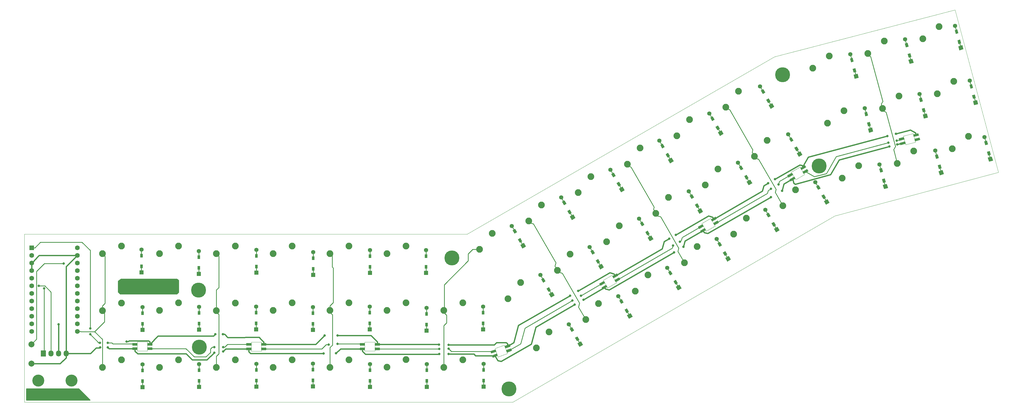
<source format=gbr>
G04 #@! TF.GenerationSoftware,KiCad,Pcbnew,(5.1.5)-3*
G04 #@! TF.CreationDate,2020-04-27T09:58:47+02:00*
G04 #@! TF.ProjectId,kopesh,6b6f7065-7368-42e6-9b69-6361645f7063,rev?*
G04 #@! TF.SameCoordinates,Original*
G04 #@! TF.FileFunction,Copper,L1,Top*
G04 #@! TF.FilePolarity,Positive*
%FSLAX46Y46*%
G04 Gerber Fmt 4.6, Leading zero omitted, Abs format (unit mm)*
G04 Created by KiCad (PCBNEW (5.1.5)-3) date 2020-04-27 09:58:47*
%MOMM*%
%LPD*%
G04 APERTURE LIST*
G04 #@! TA.AperFunction,Profile*
%ADD10C,0.050000*%
G04 #@! TD*
%ADD11C,0.100000*%
G04 #@! TA.AperFunction,ComponentPad*
%ADD12C,4.000000*%
G04 #@! TD*
G04 #@! TA.AperFunction,SMDPad,CuDef*
%ADD13C,0.150000*%
G04 #@! TD*
G04 #@! TA.AperFunction,SMDPad,CuDef*
%ADD14R,1.800000X0.820000*%
G04 #@! TD*
G04 #@! TA.AperFunction,ComponentPad*
%ADD15C,2.000000*%
G04 #@! TD*
G04 #@! TA.AperFunction,ComponentPad*
%ADD16C,5.000000*%
G04 #@! TD*
G04 #@! TA.AperFunction,ComponentPad*
%ADD17C,2.250000*%
G04 #@! TD*
G04 #@! TA.AperFunction,ComponentPad*
%ADD18C,0.150000*%
G04 #@! TD*
G04 #@! TA.AperFunction,ComponentPad*
%ADD19C,1.397000*%
G04 #@! TD*
G04 #@! TA.AperFunction,SMDPad,CuDef*
%ADD20R,0.950000X1.300000*%
G04 #@! TD*
G04 #@! TA.AperFunction,ComponentPad*
%ADD21R,1.397000X1.397000*%
G04 #@! TD*
G04 #@! TA.AperFunction,ComponentPad*
%ADD22R,1.600000X1.600000*%
G04 #@! TD*
G04 #@! TA.AperFunction,ComponentPad*
%ADD23C,1.600000*%
G04 #@! TD*
G04 #@! TA.AperFunction,ComponentPad*
%ADD24O,1.730000X2.030000*%
G04 #@! TD*
G04 #@! TA.AperFunction,ComponentPad*
%ADD25R,1.730000X2.030000*%
G04 #@! TD*
G04 #@! TA.AperFunction,ViaPad*
%ADD26C,0.800000*%
G04 #@! TD*
G04 #@! TA.AperFunction,Conductor*
%ADD27C,0.381000*%
G04 #@! TD*
G04 #@! TA.AperFunction,Conductor*
%ADD28C,0.250000*%
G04 #@! TD*
G04 #@! TA.AperFunction,NonConductor*
%ADD29C,0.254000*%
G04 #@! TD*
G04 APERTURE END LIST*
D10*
X69440229Y-196531557D02*
X69440226Y-193534357D01*
X72818428Y-196531558D02*
X69440229Y-196531557D01*
X72818426Y-193534356D02*
X72818428Y-196531558D01*
X69440226Y-193534357D02*
X72818426Y-193534356D01*
X107489424Y-196607756D02*
X107489427Y-193610556D01*
X110867626Y-196607757D02*
X107489424Y-196607756D01*
X110867627Y-193610556D02*
X110867626Y-196607757D01*
X107489427Y-193610556D02*
X110867627Y-193610556D01*
X145386224Y-196556958D02*
X145386228Y-193559757D01*
X148789826Y-196556959D02*
X145386224Y-196556958D01*
X148789827Y-193559757D02*
X148789826Y-196556959D01*
X145386228Y-193559757D02*
X148789827Y-193559757D01*
X188832520Y-195713634D02*
X189821786Y-198544695D01*
X193017498Y-197374225D02*
X189821786Y-198544695D01*
X192018936Y-194577866D02*
X193017498Y-197374225D01*
X188832520Y-195713634D02*
X192018936Y-194577866D01*
X226491949Y-175496081D02*
X224993353Y-172900431D01*
X229417563Y-173806981D02*
X226491949Y-175496081D01*
X227918959Y-171211331D02*
X229417563Y-173806981D01*
X224993353Y-172900431D02*
X227918959Y-171211331D01*
X259412234Y-156518881D02*
X257913635Y-153923227D01*
X262337841Y-154829778D02*
X259412234Y-156518881D01*
X260839241Y-152234127D02*
X262337841Y-154829778D01*
X257913635Y-153923227D02*
X260839241Y-152234127D01*
X289265627Y-139341671D02*
X287767025Y-136746022D01*
X292191234Y-137652574D02*
X289265627Y-139341671D01*
X290692632Y-135056921D02*
X292191234Y-137652574D01*
X287767025Y-136746022D02*
X290692632Y-135056921D01*
X325989562Y-127643968D02*
X325220410Y-124773429D01*
X329252656Y-126769623D02*
X325989562Y-127643968D01*
X328483498Y-123899082D02*
X329252656Y-126769623D01*
X325220410Y-124773429D02*
X328483498Y-123899082D01*
D11*
G36*
X83308195Y-172948268D02*
G01*
X83308197Y-176948771D01*
X82673196Y-177583771D01*
X63686695Y-177583770D01*
X62988197Y-176885273D01*
X62988193Y-173202271D01*
X64004196Y-172440272D01*
X82736696Y-172440269D01*
X83308195Y-172948268D01*
G37*
X83308195Y-172948268D02*
X83308197Y-176948771D01*
X82673196Y-177583771D01*
X63686695Y-177583770D01*
X62988197Y-176885273D01*
X62988193Y-173202271D01*
X64004196Y-172440272D01*
X82736696Y-172440269D01*
X83308195Y-172948268D01*
D10*
X356971845Y-136810892D02*
X342441844Y-82560896D01*
X302311841Y-151450895D02*
X356971845Y-136810892D01*
X194761842Y-213640900D02*
X302311841Y-151450895D01*
X31771846Y-213640890D02*
X194761842Y-213640900D01*
X31761843Y-157490889D02*
X31771846Y-213640890D01*
X179571848Y-157480897D02*
X31761843Y-157490889D01*
X282171845Y-98240897D02*
X179571848Y-157480897D01*
X342441844Y-82560896D02*
X282171845Y-98240897D01*
D12*
G04 #@! TO.P,,*
G04 #@! TO.N,*
X47472600Y-206476600D03*
G04 #@! TD*
G04 #@! TO.P,,*
G04 #@! TO.N,*
X36347400Y-206476600D03*
G04 #@! TD*
G04 #@! TA.AperFunction,SMDPad,CuDef*
D13*
G04 #@! TO.P,LED8,4*
G04 #@! TO.N,Net-(LED7-Pad2)*
G36*
X323866330Y-126333158D02*
G01*
X323654098Y-125541099D01*
X325392764Y-125075224D01*
X325604996Y-125867283D01*
X323866330Y-126333158D01*
G37*
G04 #@! TD.AperFunction*
G04 #@! TA.AperFunction,SMDPad,CuDef*
G04 #@! TO.P,LED8,3*
G04 #@! TO.N,GND*
G36*
X324254559Y-127782047D02*
G01*
X324042327Y-126989988D01*
X325780993Y-126524113D01*
X325993225Y-127316172D01*
X324254559Y-127782047D01*
G37*
G04 #@! TD.AperFunction*
G04 #@! TA.AperFunction,SMDPad,CuDef*
G04 #@! TO.P,LED8,2*
G04 #@! TO.N,Net-(LED8-Pad2)*
G36*
X329084188Y-126487952D02*
G01*
X328871956Y-125695893D01*
X330610622Y-125230018D01*
X330822854Y-126022077D01*
X329084188Y-126487952D01*
G37*
G04 #@! TD.AperFunction*
G04 #@! TA.AperFunction,SMDPad,CuDef*
G04 #@! TO.P,LED8,1*
G04 #@! TO.N,VCC*
G36*
X328695959Y-125039063D02*
G01*
X328483727Y-124247004D01*
X330222393Y-123781129D01*
X330434625Y-124573188D01*
X328695959Y-125039063D01*
G37*
G04 #@! TD.AperFunction*
G04 #@! TD*
G04 #@! TA.AperFunction,SMDPad,CuDef*
G04 #@! TO.P,LED7,4*
G04 #@! TO.N,Net-(LED6-Pad2)*
G36*
X286862188Y-138591741D02*
G01*
X286452188Y-137881601D01*
X288011034Y-136981601D01*
X288421034Y-137691741D01*
X286862188Y-138591741D01*
G37*
G04 #@! TD.AperFunction*
G04 #@! TA.AperFunction,SMDPad,CuDef*
G04 #@! TO.P,LED7,3*
G04 #@! TO.N,GND*
G36*
X287612188Y-139890779D02*
G01*
X287202188Y-139180639D01*
X288761034Y-138280639D01*
X289171034Y-138990779D01*
X287612188Y-139890779D01*
G37*
G04 #@! TD.AperFunction*
G04 #@! TA.AperFunction,SMDPad,CuDef*
G04 #@! TO.P,LED7,2*
G04 #@! TO.N,Net-(LED7-Pad2)*
G36*
X291942316Y-137390779D02*
G01*
X291532316Y-136680639D01*
X293091162Y-135780639D01*
X293501162Y-136490779D01*
X291942316Y-137390779D01*
G37*
G04 #@! TD.AperFunction*
G04 #@! TA.AperFunction,SMDPad,CuDef*
G04 #@! TO.P,LED7,1*
G04 #@! TO.N,VCC*
G36*
X291192316Y-136091741D02*
G01*
X290782316Y-135381601D01*
X292341162Y-134481601D01*
X292751162Y-135191741D01*
X291192316Y-136091741D01*
G37*
G04 #@! TD.AperFunction*
G04 #@! TD*
G04 #@! TA.AperFunction,SMDPad,CuDef*
G04 #@! TO.P,LED6,4*
G04 #@! TO.N,Net-(LED5-Pad2)*
G36*
X257017191Y-155787540D02*
G01*
X256607191Y-155077400D01*
X258166037Y-154177400D01*
X258576037Y-154887540D01*
X257017191Y-155787540D01*
G37*
G04 #@! TD.AperFunction*
G04 #@! TA.AperFunction,SMDPad,CuDef*
G04 #@! TO.P,LED6,3*
G04 #@! TO.N,GND*
G36*
X257767191Y-157086578D02*
G01*
X257357191Y-156376438D01*
X258916037Y-155476438D01*
X259326037Y-156186578D01*
X257767191Y-157086578D01*
G37*
G04 #@! TD.AperFunction*
G04 #@! TA.AperFunction,SMDPad,CuDef*
G04 #@! TO.P,LED6,2*
G04 #@! TO.N,Net-(LED6-Pad2)*
G36*
X262097319Y-154586578D02*
G01*
X261687319Y-153876438D01*
X263246165Y-152976438D01*
X263656165Y-153686578D01*
X262097319Y-154586578D01*
G37*
G04 #@! TD.AperFunction*
G04 #@! TA.AperFunction,SMDPad,CuDef*
G04 #@! TO.P,LED6,1*
G04 #@! TO.N,VCC*
G36*
X261347319Y-153287540D02*
G01*
X260937319Y-152577400D01*
X262496165Y-151677400D01*
X262906165Y-152387540D01*
X261347319Y-153287540D01*
G37*
G04 #@! TD.AperFunction*
G04 #@! TD*
G04 #@! TA.AperFunction,SMDPad,CuDef*
G04 #@! TO.P,LED5,4*
G04 #@! TO.N,Net-(LED4-Pad2)*
G36*
X224098794Y-174761343D02*
G01*
X223688794Y-174051203D01*
X225247640Y-173151203D01*
X225657640Y-173861343D01*
X224098794Y-174761343D01*
G37*
G04 #@! TD.AperFunction*
G04 #@! TA.AperFunction,SMDPad,CuDef*
G04 #@! TO.P,LED5,3*
G04 #@! TO.N,GND*
G36*
X224848794Y-176060381D02*
G01*
X224438794Y-175350241D01*
X225997640Y-174450241D01*
X226407640Y-175160381D01*
X224848794Y-176060381D01*
G37*
G04 #@! TD.AperFunction*
G04 #@! TA.AperFunction,SMDPad,CuDef*
G04 #@! TO.P,LED5,2*
G04 #@! TO.N,Net-(LED5-Pad2)*
G36*
X229178922Y-173560381D02*
G01*
X228768922Y-172850241D01*
X230327768Y-171950241D01*
X230737768Y-172660381D01*
X229178922Y-173560381D01*
G37*
G04 #@! TD.AperFunction*
G04 #@! TA.AperFunction,SMDPad,CuDef*
G04 #@! TO.P,LED5,1*
G04 #@! TO.N,VCC*
G36*
X228428922Y-172261343D02*
G01*
X228018922Y-171551203D01*
X229577768Y-170651203D01*
X229987768Y-171361343D01*
X228428922Y-172261343D01*
G37*
G04 #@! TD.AperFunction*
G04 #@! TD*
G04 #@! TA.AperFunction,SMDPad,CuDef*
G04 #@! TO.P,LED4,1*
G04 #@! TO.N,VCC*
G36*
X192318841Y-195681379D02*
G01*
X192038384Y-194910831D01*
X193729831Y-194295195D01*
X194010288Y-195065743D01*
X192318841Y-195681379D01*
G37*
G04 #@! TD.AperFunction*
G04 #@! TA.AperFunction,SMDPad,CuDef*
G04 #@! TO.P,LED4,2*
G04 #@! TO.N,Net-(LED4-Pad2)*
G36*
X192831872Y-197090918D02*
G01*
X192551415Y-196320370D01*
X194242862Y-195704734D01*
X194523319Y-196475282D01*
X192831872Y-197090918D01*
G37*
G04 #@! TD.AperFunction*
G04 #@! TA.AperFunction,SMDPad,CuDef*
G04 #@! TO.P,LED4,3*
G04 #@! TO.N,GND*
G36*
X188133409Y-198801019D02*
G01*
X187852952Y-198030471D01*
X189544399Y-197414835D01*
X189824856Y-198185383D01*
X188133409Y-198801019D01*
G37*
G04 #@! TD.AperFunction*
G04 #@! TA.AperFunction,SMDPad,CuDef*
G04 #@! TO.P,LED4,4*
G04 #@! TO.N,Net-(LED3-Pad2)*
G36*
X187620378Y-197391480D02*
G01*
X187339921Y-196620932D01*
X189031368Y-196005296D01*
X189311825Y-196775844D01*
X187620378Y-197391480D01*
G37*
G04 #@! TD.AperFunction*
G04 #@! TD*
D14*
G04 #@! TO.P,LED3,1*
G04 #@! TO.N,VCC*
X149601676Y-194322788D03*
G04 #@! TO.P,LED3,2*
G04 #@! TO.N,Net-(LED3-Pad2)*
X149601676Y-195822788D03*
G04 #@! TO.P,LED3,3*
G04 #@! TO.N,GND*
X144601676Y-195822788D03*
G04 #@! TO.P,LED3,4*
G04 #@! TO.N,Net-(LED2-Pad2)*
X144601676Y-194322788D03*
G04 #@! TD*
G04 #@! TO.P,LED2,1*
G04 #@! TO.N,VCC*
X111679474Y-194373590D03*
G04 #@! TO.P,LED2,2*
G04 #@! TO.N,Net-(LED2-Pad2)*
X111679474Y-195873590D03*
G04 #@! TO.P,LED2,3*
G04 #@! TO.N,GND*
X106679474Y-195873590D03*
G04 #@! TO.P,LED2,4*
G04 #@! TO.N,Net-(LED1-Pad2)*
X106679474Y-194373590D03*
G04 #@! TD*
G04 #@! TO.P,LED1,4*
G04 #@! TO.N,LED*
X68630278Y-194297390D03*
G04 #@! TO.P,LED1,3*
G04 #@! TO.N,GND*
X68630278Y-195797390D03*
G04 #@! TO.P,LED1,2*
G04 #@! TO.N,Net-(LED1-Pad2)*
X73630278Y-195797390D03*
G04 #@! TO.P,LED1,1*
G04 #@! TO.N,VCC*
X73630278Y-194297390D03*
G04 #@! TD*
D15*
G04 #@! TO.P,sw1,2*
G04 #@! TO.N,GND*
X34061400Y-200810000D03*
G04 #@! TO.P,sw1,1*
G04 #@! TO.N,Net-(U1-Pad22)*
X34061400Y-194310000D03*
G04 #@! TD*
D16*
G04 #@! TO.P,,*
G04 #@! TO.N,*
X297037879Y-134696990D03*
G04 #@! TD*
G04 #@! TO.P,,*
G04 #@! TO.N,*
X284845878Y-104293192D03*
G04 #@! TD*
G04 #@! TO.P,,*
G04 #@! TO.N,*
X90129480Y-195275989D03*
G04 #@! TD*
D17*
G04 #@! TO.P,MX7,1*
G04 #@! TO.N,COL1*
X95831844Y-164000888D03*
G04 #@! TO.P,MX7,2*
G04 #@! TO.N,Net-(D20-Pad2)*
X102181844Y-161460888D03*
G04 #@! TD*
D16*
G04 #@! TO.P,,*
G04 #@! TO.N,*
X89900874Y-176200590D03*
G04 #@! TD*
G04 #@! TO.P,,*
G04 #@! TO.N,*
X174457477Y-165430988D03*
G04 #@! TD*
G04 #@! TO.P,,*
G04 #@! TO.N,*
X193507475Y-209220588D03*
G04 #@! TD*
D17*
G04 #@! TO.P,MX28,1*
G04 #@! TO.N,COL4*
X226122289Y-160086185D03*
G04 #@! TO.P,MX28,2*
G04 #@! TO.N,Net-(D18-Pad2)*
X230351551Y-154711481D03*
G04 #@! TD*
G04 #@! TA.AperFunction,SMDPad,CuDef*
D13*
G04 #@! TO.P,D55,2*
G04 #@! TO.N,Net-(D55-Pad2)*
G36*
X353459224Y-127545824D02*
G01*
X352541595Y-127791702D01*
X352205130Y-126535998D01*
X353122759Y-126290120D01*
X353459224Y-127545824D01*
G37*
G04 #@! TD.AperFunction*
G04 #@! TA.AperFunction,SMDPad,CuDef*
G04 #@! TO.P,D55,1*
G04 #@! TO.N,ROW5*
G36*
X354378032Y-130974860D02*
G01*
X353460403Y-131220738D01*
X353123938Y-129965034D01*
X354041567Y-129719156D01*
X354378032Y-130974860D01*
G37*
G04 #@! TD.AperFunction*
G04 #@! TA.AperFunction,ComponentPad*
D18*
G36*
X355133166Y-132929520D02*
G01*
X353783768Y-133291090D01*
X353422198Y-131941692D01*
X354771596Y-131580122D01*
X355133166Y-132929520D01*
G37*
G04 #@! TD.AperFunction*
D19*
G04 #@! TO.P,D55,2*
G04 #@! TO.N,Net-(D55-Pad2)*
X352305480Y-125075252D03*
G04 #@! TD*
G04 #@! TA.AperFunction,SMDPad,CuDef*
D13*
G04 #@! TO.P,D54,2*
G04 #@! TO.N,Net-(D54-Pad2)*
G36*
X348504082Y-108651912D02*
G01*
X347586453Y-108897790D01*
X347249988Y-107642086D01*
X348167617Y-107396208D01*
X348504082Y-108651912D01*
G37*
G04 #@! TD.AperFunction*
G04 #@! TA.AperFunction,SMDPad,CuDef*
G04 #@! TO.P,D54,1*
G04 #@! TO.N,ROW3*
G36*
X349422890Y-112080948D02*
G01*
X348505261Y-112326826D01*
X348168796Y-111071122D01*
X349086425Y-110825244D01*
X349422890Y-112080948D01*
G37*
G04 #@! TD.AperFunction*
G04 #@! TA.AperFunction,ComponentPad*
D18*
G36*
X350178024Y-114035608D02*
G01*
X348828626Y-114397178D01*
X348467056Y-113047780D01*
X349816454Y-112686210D01*
X350178024Y-114035608D01*
G37*
G04 #@! TD.AperFunction*
D19*
G04 #@! TO.P,D54,2*
G04 #@! TO.N,Net-(D54-Pad2)*
X347350338Y-106181340D03*
G04 #@! TD*
G04 #@! TA.AperFunction,SMDPad,CuDef*
D13*
G04 #@! TO.P,D53,2*
G04 #@! TO.N,Net-(D53-Pad2)*
G36*
X343599876Y-90349160D02*
G01*
X342682247Y-90595038D01*
X342345782Y-89339334D01*
X343263411Y-89093456D01*
X343599876Y-90349160D01*
G37*
G04 #@! TD.AperFunction*
G04 #@! TA.AperFunction,SMDPad,CuDef*
G04 #@! TO.P,D53,1*
G04 #@! TO.N,ROW1*
G36*
X344518684Y-93778196D02*
G01*
X343601055Y-94024074D01*
X343264590Y-92768370D01*
X344182219Y-92522492D01*
X344518684Y-93778196D01*
G37*
G04 #@! TD.AperFunction*
G04 #@! TA.AperFunction,ComponentPad*
D18*
G36*
X345273818Y-95732856D02*
G01*
X343924420Y-96094426D01*
X343562850Y-94745028D01*
X344912248Y-94383458D01*
X345273818Y-95732856D01*
G37*
G04 #@! TD.AperFunction*
D19*
G04 #@! TO.P,D53,2*
G04 #@! TO.N,Net-(D53-Pad2)*
X342446132Y-87878588D03*
G04 #@! TD*
G04 #@! TA.AperFunction,SMDPad,CuDef*
D13*
G04 #@! TO.P,D52,2*
G04 #@! TO.N,Net-(D52-Pad2)*
G36*
X215264788Y-189723770D02*
G01*
X214442064Y-190198770D01*
X213792064Y-189072936D01*
X214614788Y-188597936D01*
X215264788Y-189723770D01*
G37*
G04 #@! TD.AperFunction*
G04 #@! TA.AperFunction,SMDPad,CuDef*
G04 #@! TO.P,D52,1*
G04 #@! TO.N,ROW5*
G36*
X217039788Y-192798160D02*
G01*
X216217064Y-193273160D01*
X215567064Y-192147326D01*
X216389788Y-191672326D01*
X217039788Y-192798160D01*
G37*
G04 #@! TD.AperFunction*
G04 #@! TA.AperFunction,ComponentPad*
D18*
G36*
X218275095Y-194490774D02*
G01*
X217065257Y-195189274D01*
X216366757Y-193979436D01*
X217576595Y-193280936D01*
X218275095Y-194490774D01*
G37*
G04 #@! TD.AperFunction*
D19*
G04 #@! TO.P,D52,2*
G04 #@! TO.N,Net-(D52-Pad2)*
X213510926Y-187635991D03*
G04 #@! TD*
G04 #@! TA.AperFunction,SMDPad,CuDef*
D13*
G04 #@! TO.P,D51,2*
G04 #@! TO.N,Net-(D51-Pad2)*
G36*
X205752493Y-173247983D02*
G01*
X204929769Y-173722983D01*
X204279769Y-172597149D01*
X205102493Y-172122149D01*
X205752493Y-173247983D01*
G37*
G04 #@! TD.AperFunction*
G04 #@! TA.AperFunction,SMDPad,CuDef*
G04 #@! TO.P,D51,1*
G04 #@! TO.N,ROW3*
G36*
X207527493Y-176322373D02*
G01*
X206704769Y-176797373D01*
X206054769Y-175671539D01*
X206877493Y-175196539D01*
X207527493Y-176322373D01*
G37*
G04 #@! TD.AperFunction*
G04 #@! TA.AperFunction,ComponentPad*
D18*
G36*
X208762800Y-178014987D02*
G01*
X207552962Y-178713487D01*
X206854462Y-177503649D01*
X208064300Y-176805149D01*
X208762800Y-178014987D01*
G37*
G04 #@! TD.AperFunction*
D19*
G04 #@! TO.P,D51,2*
G04 #@! TO.N,Net-(D51-Pad2)*
X203998631Y-171160204D03*
G04 #@! TD*
G04 #@! TA.AperFunction,SMDPad,CuDef*
D13*
G04 #@! TO.P,D50,2*
G04 #@! TO.N,Net-(D50-Pad2)*
G36*
X196199604Y-156854291D02*
G01*
X195376880Y-157329291D01*
X194726880Y-156203457D01*
X195549604Y-155728457D01*
X196199604Y-156854291D01*
G37*
G04 #@! TD.AperFunction*
G04 #@! TA.AperFunction,SMDPad,CuDef*
G04 #@! TO.P,D50,1*
G04 #@! TO.N,ROW1*
G36*
X197974604Y-159928681D02*
G01*
X197151880Y-160403681D01*
X196501880Y-159277847D01*
X197324604Y-158802847D01*
X197974604Y-159928681D01*
G37*
G04 #@! TD.AperFunction*
G04 #@! TA.AperFunction,ComponentPad*
D18*
G36*
X199209911Y-161621295D02*
G01*
X198000073Y-162319795D01*
X197301573Y-161109957D01*
X198511411Y-160411457D01*
X199209911Y-161621295D01*
G37*
G04 #@! TD.AperFunction*
D19*
G04 #@! TO.P,D50,2*
G04 #@! TO.N,Net-(D50-Pad2)*
X194445742Y-154766512D03*
G04 #@! TD*
G04 #@! TA.AperFunction,SMDPad,CuDef*
D13*
G04 #@! TO.P,D49,2*
G04 #@! TO.N,Net-(D49-Pad2)*
G36*
X337031564Y-132079080D02*
G01*
X336113935Y-132324958D01*
X335777470Y-131069254D01*
X336695099Y-130823376D01*
X337031564Y-132079080D01*
G37*
G04 #@! TD.AperFunction*
G04 #@! TA.AperFunction,SMDPad,CuDef*
G04 #@! TO.P,D49,1*
G04 #@! TO.N,ROW4*
G36*
X337950372Y-135508116D02*
G01*
X337032743Y-135753994D01*
X336696278Y-134498290D01*
X337613907Y-134252412D01*
X337950372Y-135508116D01*
G37*
G04 #@! TD.AperFunction*
G04 #@! TA.AperFunction,ComponentPad*
D18*
G36*
X338705506Y-137462776D02*
G01*
X337356108Y-137824346D01*
X336994538Y-136474948D01*
X338343936Y-136113378D01*
X338705506Y-137462776D01*
G37*
G04 #@! TD.AperFunction*
D19*
G04 #@! TO.P,D49,2*
G04 #@! TO.N,Net-(D49-Pad2)*
X335877820Y-129608508D03*
G04 #@! TD*
G04 #@! TA.AperFunction,SMDPad,CuDef*
D13*
G04 #@! TO.P,D48,2*
G04 #@! TO.N,Net-(D48-Pad2)*
G36*
X331722474Y-113148531D02*
G01*
X330804845Y-113394409D01*
X330468380Y-112138705D01*
X331386009Y-111892827D01*
X331722474Y-113148531D01*
G37*
G04 #@! TD.AperFunction*
G04 #@! TA.AperFunction,SMDPad,CuDef*
G04 #@! TO.P,D48,1*
G04 #@! TO.N,ROW2*
G36*
X332641282Y-116577567D02*
G01*
X331723653Y-116823445D01*
X331387188Y-115567741D01*
X332304817Y-115321863D01*
X332641282Y-116577567D01*
G37*
G04 #@! TD.AperFunction*
G04 #@! TA.AperFunction,ComponentPad*
D18*
G36*
X333396416Y-118532227D02*
G01*
X332047018Y-118893797D01*
X331685448Y-117544399D01*
X333034846Y-117182829D01*
X333396416Y-118532227D01*
G37*
G04 #@! TD.AperFunction*
D19*
G04 #@! TO.P,D48,2*
G04 #@! TO.N,Net-(D48-Pad2)*
X330568730Y-110677959D03*
G04 #@! TD*
G04 #@! TA.AperFunction,SMDPad,CuDef*
D13*
G04 #@! TO.P,D47,2*
G04 #@! TO.N,Net-(D47-Pad2)*
G36*
X326954087Y-94861979D02*
G01*
X326036458Y-95107857D01*
X325699993Y-93852153D01*
X326617622Y-93606275D01*
X326954087Y-94861979D01*
G37*
G04 #@! TD.AperFunction*
G04 #@! TA.AperFunction,SMDPad,CuDef*
G04 #@! TO.P,D47,1*
G04 #@! TO.N,ROW0*
G36*
X327872895Y-98291015D02*
G01*
X326955266Y-98536893D01*
X326618801Y-97281189D01*
X327536430Y-97035311D01*
X327872895Y-98291015D01*
G37*
G04 #@! TD.AperFunction*
G04 #@! TA.AperFunction,ComponentPad*
D18*
G36*
X328628029Y-100245675D02*
G01*
X327278631Y-100607245D01*
X326917061Y-99257847D01*
X328266459Y-98896277D01*
X328628029Y-100245675D01*
G37*
G04 #@! TD.AperFunction*
D19*
G04 #@! TO.P,D47,2*
G04 #@! TO.N,Net-(D47-Pad2)*
X325800343Y-92391407D03*
G04 #@! TD*
D20*
G04 #@! TO.P,D46,2*
G04 #@! TO.N,Net-(D46-Pad2)*
X185085991Y-202910575D03*
G04 #@! TO.P,D46,1*
G04 #@! TO.N,ROW4*
X185085991Y-206460575D03*
D21*
X185085991Y-208495575D03*
D19*
G04 #@! TO.P,D46,2*
G04 #@! TO.N,Net-(D46-Pad2)*
X185085991Y-200875575D03*
G04 #@! TD*
D20*
G04 #@! TO.P,D45,2*
G04 #@! TO.N,Net-(D45-Pad2)*
X184933591Y-183755966D03*
G04 #@! TO.P,D45,1*
G04 #@! TO.N,ROW2*
X184933591Y-187305966D03*
D21*
X184933591Y-189340966D03*
D19*
G04 #@! TO.P,D45,2*
G04 #@! TO.N,Net-(D45-Pad2)*
X184933591Y-181720966D03*
G04 #@! TD*
G04 #@! TA.AperFunction,SMDPad,CuDef*
D13*
G04 #@! TO.P,D43,2*
G04 #@! TO.N,Net-(D43-Pad2)*
G36*
X318391436Y-136705542D02*
G01*
X317473807Y-136951420D01*
X317137342Y-135695716D01*
X318054971Y-135449838D01*
X318391436Y-136705542D01*
G37*
G04 #@! TD.AperFunction*
G04 #@! TA.AperFunction,SMDPad,CuDef*
G04 #@! TO.P,D43,1*
G04 #@! TO.N,ROW5*
G36*
X319310244Y-140134578D02*
G01*
X318392615Y-140380456D01*
X318056150Y-139124752D01*
X318973779Y-138878874D01*
X319310244Y-140134578D01*
G37*
G04 #@! TD.AperFunction*
G04 #@! TA.AperFunction,ComponentPad*
D18*
G36*
X320065378Y-142089238D02*
G01*
X318715980Y-142450808D01*
X318354410Y-141101410D01*
X319703808Y-140739840D01*
X320065378Y-142089238D01*
G37*
G04 #@! TD.AperFunction*
D19*
G04 #@! TO.P,D43,2*
G04 #@! TO.N,Net-(D43-Pad2)*
X317237692Y-134234970D03*
G04 #@! TD*
G04 #@! TA.AperFunction,SMDPad,CuDef*
D13*
G04 #@! TO.P,D42,2*
G04 #@! TO.N,Net-(D42-Pad2)*
G36*
X313447309Y-117861269D02*
G01*
X312529680Y-118107147D01*
X312193215Y-116851443D01*
X313110844Y-116605565D01*
X313447309Y-117861269D01*
G37*
G04 #@! TD.AperFunction*
G04 #@! TA.AperFunction,SMDPad,CuDef*
G04 #@! TO.P,D42,1*
G04 #@! TO.N,ROW3*
G36*
X314366117Y-121290305D02*
G01*
X313448488Y-121536183D01*
X313112023Y-120280479D01*
X314029652Y-120034601D01*
X314366117Y-121290305D01*
G37*
G04 #@! TD.AperFunction*
G04 #@! TA.AperFunction,ComponentPad*
D18*
G36*
X315121251Y-123244965D02*
G01*
X313771853Y-123606535D01*
X313410283Y-122257137D01*
X314759681Y-121895567D01*
X315121251Y-123244965D01*
G37*
G04 #@! TD.AperFunction*
D19*
G04 #@! TO.P,D42,2*
G04 #@! TO.N,Net-(D42-Pad2)*
X312293565Y-115390697D03*
G04 #@! TD*
G04 #@! TA.AperFunction,SMDPad,CuDef*
D13*
G04 #@! TO.P,D41,2*
G04 #@! TO.N,Net-(D41-Pad2)*
G36*
X308621993Y-99852939D02*
G01*
X307704364Y-100098817D01*
X307367899Y-98843113D01*
X308285528Y-98597235D01*
X308621993Y-99852939D01*
G37*
G04 #@! TD.AperFunction*
G04 #@! TA.AperFunction,SMDPad,CuDef*
G04 #@! TO.P,D41,1*
G04 #@! TO.N,ROW1*
G36*
X309540801Y-103281975D02*
G01*
X308623172Y-103527853D01*
X308286707Y-102272149D01*
X309204336Y-102026271D01*
X309540801Y-103281975D01*
G37*
G04 #@! TD.AperFunction*
G04 #@! TA.AperFunction,ComponentPad*
D18*
G36*
X310295935Y-105236635D02*
G01*
X308946537Y-105598205D01*
X308584967Y-104248807D01*
X309934365Y-103887237D01*
X310295935Y-105236635D01*
G37*
G04 #@! TD.AperFunction*
D19*
G04 #@! TO.P,D41,2*
G04 #@! TO.N,Net-(D41-Pad2)*
X307468249Y-97382367D03*
G04 #@! TD*
D20*
G04 #@! TO.P,D40,2*
G04 #@! TO.N,Net-(D40-Pad2)*
X166086792Y-202961376D03*
G04 #@! TO.P,D40,1*
G04 #@! TO.N,ROW5*
X166086792Y-206511376D03*
D21*
X166086792Y-208546376D03*
D19*
G04 #@! TO.P,D40,2*
G04 #@! TO.N,Net-(D40-Pad2)*
X166086792Y-200926376D03*
G04 #@! TD*
D20*
G04 #@! TO.P,D39,2*
G04 #@! TO.N,Net-(D39-Pad2)*
X166010591Y-184190770D03*
G04 #@! TO.P,D39,1*
G04 #@! TO.N,ROW3*
X166010591Y-187740770D03*
D21*
X166010591Y-189775770D03*
D19*
G04 #@! TO.P,D39,2*
G04 #@! TO.N,Net-(D39-Pad2)*
X166010591Y-182155770D03*
G04 #@! TD*
D20*
G04 #@! TO.P,D38,2*
G04 #@! TO.N,Net-(D38-Pad2)*
X165858195Y-164912170D03*
G04 #@! TO.P,D38,1*
G04 #@! TO.N,ROW1*
X165858195Y-168462170D03*
D21*
X165858195Y-170497170D03*
D19*
G04 #@! TO.P,D38,2*
G04 #@! TO.N,Net-(D38-Pad2)*
X165858195Y-162877170D03*
G04 #@! TD*
G04 #@! TA.AperFunction,SMDPad,CuDef*
D13*
G04 #@! TO.P,D37,2*
G04 #@! TO.N,Net-(D37-Pad2)*
G36*
X297568439Y-142235072D02*
G01*
X296745715Y-142710072D01*
X296095715Y-141584238D01*
X296918439Y-141109238D01*
X297568439Y-142235072D01*
G37*
G04 #@! TD.AperFunction*
G04 #@! TA.AperFunction,SMDPad,CuDef*
G04 #@! TO.P,D37,1*
G04 #@! TO.N,ROW4*
G36*
X299343439Y-145309462D02*
G01*
X298520715Y-145784462D01*
X297870715Y-144658628D01*
X298693439Y-144183628D01*
X299343439Y-145309462D01*
G37*
G04 #@! TD.AperFunction*
G04 #@! TA.AperFunction,ComponentPad*
D18*
G36*
X300578746Y-147002076D02*
G01*
X299368908Y-147700576D01*
X298670408Y-146490738D01*
X299880246Y-145792238D01*
X300578746Y-147002076D01*
G37*
G04 #@! TD.AperFunction*
D19*
G04 #@! TO.P,D37,2*
G04 #@! TO.N,Net-(D37-Pad2)*
X295814577Y-140147293D03*
G04 #@! TD*
G04 #@! TA.AperFunction,SMDPad,CuDef*
D13*
G04 #@! TO.P,D36,2*
G04 #@! TO.N,Net-(D36-Pad2)*
G36*
X288518321Y-126255003D02*
G01*
X287695597Y-126730003D01*
X287045597Y-125604169D01*
X287868321Y-125129169D01*
X288518321Y-126255003D01*
G37*
G04 #@! TD.AperFunction*
G04 #@! TA.AperFunction,SMDPad,CuDef*
G04 #@! TO.P,D36,1*
G04 #@! TO.N,ROW2*
G36*
X290293321Y-129329393D02*
G01*
X289470597Y-129804393D01*
X288820597Y-128678559D01*
X289643321Y-128203559D01*
X290293321Y-129329393D01*
G37*
G04 #@! TD.AperFunction*
G04 #@! TA.AperFunction,ComponentPad*
D18*
G36*
X291528628Y-131022007D02*
G01*
X290318790Y-131720507D01*
X289620290Y-130510669D01*
X290830128Y-129812169D01*
X291528628Y-131022007D01*
G37*
G04 #@! TD.AperFunction*
D19*
G04 #@! TO.P,D36,2*
G04 #@! TO.N,Net-(D36-Pad2)*
X286764459Y-124167224D03*
G04 #@! TD*
G04 #@! TA.AperFunction,SMDPad,CuDef*
D13*
G04 #@! TO.P,D35,2*
G04 #@! TO.N,Net-(D35-Pad2)*
G36*
X279099236Y-110194666D02*
G01*
X278276512Y-110669666D01*
X277626512Y-109543832D01*
X278449236Y-109068832D01*
X279099236Y-110194666D01*
G37*
G04 #@! TD.AperFunction*
G04 #@! TA.AperFunction,SMDPad,CuDef*
G04 #@! TO.P,D35,1*
G04 #@! TO.N,ROW0*
G36*
X280874236Y-113269056D02*
G01*
X280051512Y-113744056D01*
X279401512Y-112618222D01*
X280224236Y-112143222D01*
X280874236Y-113269056D01*
G37*
G04 #@! TD.AperFunction*
G04 #@! TA.AperFunction,ComponentPad*
D18*
G36*
X282109543Y-114961670D02*
G01*
X280899705Y-115660170D01*
X280201205Y-114450332D01*
X281411043Y-113751832D01*
X282109543Y-114961670D01*
G37*
G04 #@! TD.AperFunction*
D19*
G04 #@! TO.P,D35,2*
G04 #@! TO.N,Net-(D35-Pad2)*
X277345374Y-108106887D03*
G04 #@! TD*
D20*
G04 #@! TO.P,D34,2*
G04 #@! TO.N,Net-(D34-Pad2)*
X147163795Y-202961373D03*
G04 #@! TO.P,D34,1*
G04 #@! TO.N,ROW4*
X147163795Y-206511373D03*
D21*
X147163795Y-208546373D03*
D19*
G04 #@! TO.P,D34,2*
G04 #@! TO.N,Net-(D34-Pad2)*
X147163795Y-200926373D03*
G04 #@! TD*
D20*
G04 #@! TO.P,D33,2*
G04 #@! TO.N,Net-(D33-Pad2)*
X147036796Y-183755970D03*
G04 #@! TO.P,D33,1*
G04 #@! TO.N,ROW2*
X147036796Y-187305970D03*
D21*
X147036796Y-189340970D03*
D19*
G04 #@! TO.P,D33,2*
G04 #@! TO.N,Net-(D33-Pad2)*
X147036796Y-181720970D03*
G04 #@! TD*
D20*
G04 #@! TO.P,D32,2*
G04 #@! TO.N,Net-(D32-Pad2)*
X147163793Y-164912171D03*
G04 #@! TO.P,D32,1*
G04 #@! TO.N,ROW0*
X147163793Y-168462171D03*
D21*
X147163793Y-170497171D03*
D19*
G04 #@! TO.P,D32,2*
G04 #@! TO.N,Net-(D32-Pad2)*
X147163793Y-162877171D03*
G04 #@! TD*
G04 #@! TA.AperFunction,SMDPad,CuDef*
D13*
G04 #@! TO.P,D31,2*
G04 #@! TO.N,Net-(D31-Pad2)*
G36*
X280870857Y-151464811D02*
G01*
X280048133Y-151939811D01*
X279398133Y-150813977D01*
X280220857Y-150338977D01*
X280870857Y-151464811D01*
G37*
G04 #@! TD.AperFunction*
G04 #@! TA.AperFunction,SMDPad,CuDef*
G04 #@! TO.P,D31,1*
G04 #@! TO.N,ROW5*
G36*
X282645857Y-154539201D02*
G01*
X281823133Y-155014201D01*
X281173133Y-153888367D01*
X281995857Y-153413367D01*
X282645857Y-154539201D01*
G37*
G04 #@! TD.AperFunction*
G04 #@! TA.AperFunction,ComponentPad*
D18*
G36*
X283881164Y-156231815D02*
G01*
X282671326Y-156930315D01*
X281972826Y-155720477D01*
X283182664Y-155021977D01*
X283881164Y-156231815D01*
G37*
G04 #@! TD.AperFunction*
D19*
G04 #@! TO.P,D31,2*
G04 #@! TO.N,Net-(D31-Pad2)*
X279116995Y-149377032D03*
G04 #@! TD*
G04 #@! TA.AperFunction,SMDPad,CuDef*
D13*
G04 #@! TO.P,D30,2*
G04 #@! TO.N,Net-(D30-Pad2)*
G36*
X271777661Y-135714924D02*
G01*
X270954937Y-136189924D01*
X270304937Y-135064090D01*
X271127661Y-134589090D01*
X271777661Y-135714924D01*
G37*
G04 #@! TD.AperFunction*
G04 #@! TA.AperFunction,SMDPad,CuDef*
G04 #@! TO.P,D30,1*
G04 #@! TO.N,ROW3*
G36*
X273552661Y-138789314D02*
G01*
X272729937Y-139264314D01*
X272079937Y-138138480D01*
X272902661Y-137663480D01*
X273552661Y-138789314D01*
G37*
G04 #@! TD.AperFunction*
G04 #@! TA.AperFunction,ComponentPad*
D18*
G36*
X274787968Y-140481928D02*
G01*
X273578130Y-141180428D01*
X272879630Y-139970590D01*
X274089468Y-139272090D01*
X274787968Y-140481928D01*
G37*
G04 #@! TD.AperFunction*
D19*
G04 #@! TO.P,D30,2*
G04 #@! TO.N,Net-(D30-Pad2)*
X270023799Y-133627145D03*
G04 #@! TD*
G04 #@! TA.AperFunction,SMDPad,CuDef*
D13*
G04 #@! TO.P,D29,2*
G04 #@! TO.N,Net-(D29-Pad2)*
G36*
X262186663Y-119255241D02*
G01*
X261363939Y-119730241D01*
X260713939Y-118604407D01*
X261536663Y-118129407D01*
X262186663Y-119255241D01*
G37*
G04 #@! TD.AperFunction*
G04 #@! TA.AperFunction,SMDPad,CuDef*
G04 #@! TO.P,D29,1*
G04 #@! TO.N,ROW1*
G36*
X263961663Y-122329631D02*
G01*
X263138939Y-122804631D01*
X262488939Y-121678797D01*
X263311663Y-121203797D01*
X263961663Y-122329631D01*
G37*
G04 #@! TD.AperFunction*
G04 #@! TA.AperFunction,ComponentPad*
D18*
G36*
X265196970Y-124022245D02*
G01*
X263987132Y-124720745D01*
X263288632Y-123510907D01*
X264498470Y-122812407D01*
X265196970Y-124022245D01*
G37*
G04 #@! TD.AperFunction*
D19*
G04 #@! TO.P,D29,2*
G04 #@! TO.N,Net-(D29-Pad2)*
X260432801Y-117167462D03*
G04 #@! TD*
D20*
G04 #@! TO.P,D28,2*
G04 #@! TO.N,Net-(D28-Pad2)*
X128080838Y-202783570D03*
G04 #@! TO.P,D28,1*
G04 #@! TO.N,ROW5*
X128080838Y-206333570D03*
D21*
X128080838Y-208368570D03*
D19*
G04 #@! TO.P,D28,2*
G04 #@! TO.N,Net-(D28-Pad2)*
X128080838Y-200748570D03*
G04 #@! TD*
D20*
G04 #@! TO.P,D27,2*
G04 #@! TO.N,Net-(D27-Pad2)*
X128088396Y-183962168D03*
G04 #@! TO.P,D27,1*
G04 #@! TO.N,ROW3*
X128088396Y-187512168D03*
D21*
X128088396Y-189547168D03*
D19*
G04 #@! TO.P,D27,2*
G04 #@! TO.N,Net-(D27-Pad2)*
X128088396Y-181927168D03*
G04 #@! TD*
D20*
G04 #@! TO.P,D26,2*
G04 #@! TO.N,Net-(D26-Pad2)*
X128164595Y-165521770D03*
G04 #@! TO.P,D26,1*
G04 #@! TO.N,ROW1*
X128164595Y-169071770D03*
D21*
X128164595Y-171106770D03*
D19*
G04 #@! TO.P,D26,2*
G04 #@! TO.N,Net-(D26-Pad2)*
X128164595Y-163486770D03*
G04 #@! TD*
G04 #@! TA.AperFunction,SMDPad,CuDef*
D13*
G04 #@! TO.P,D25,2*
G04 #@! TO.N,Net-(D25-Pad2)*
G36*
X264638866Y-161246971D02*
G01*
X263816142Y-161721971D01*
X263166142Y-160596137D01*
X263988866Y-160121137D01*
X264638866Y-161246971D01*
G37*
G04 #@! TD.AperFunction*
G04 #@! TA.AperFunction,SMDPad,CuDef*
G04 #@! TO.P,D25,1*
G04 #@! TO.N,ROW4*
G36*
X266413866Y-164321361D02*
G01*
X265591142Y-164796361D01*
X264941142Y-163670527D01*
X265763866Y-163195527D01*
X266413866Y-164321361D01*
G37*
G04 #@! TD.AperFunction*
G04 #@! TA.AperFunction,ComponentPad*
D18*
G36*
X267649173Y-166013975D02*
G01*
X266439335Y-166712475D01*
X265740835Y-165502637D01*
X266950673Y-164804137D01*
X267649173Y-166013975D01*
G37*
G04 #@! TD.AperFunction*
D19*
G04 #@! TO.P,D25,2*
G04 #@! TO.N,Net-(D25-Pad2)*
X262885004Y-159159192D03*
G04 #@! TD*
G04 #@! TA.AperFunction,SMDPad,CuDef*
D13*
G04 #@! TO.P,D24,2*
G04 #@! TO.N,Net-(D24-Pad2)*
G36*
X255327272Y-145271218D02*
G01*
X254504548Y-145746218D01*
X253854548Y-144620384D01*
X254677272Y-144145384D01*
X255327272Y-145271218D01*
G37*
G04 #@! TD.AperFunction*
G04 #@! TA.AperFunction,SMDPad,CuDef*
G04 #@! TO.P,D24,1*
G04 #@! TO.N,ROW2*
G36*
X257102272Y-148345608D02*
G01*
X256279548Y-148820608D01*
X255629548Y-147694774D01*
X256452272Y-147219774D01*
X257102272Y-148345608D01*
G37*
G04 #@! TD.AperFunction*
G04 #@! TA.AperFunction,ComponentPad*
D18*
G36*
X258337579Y-150038222D02*
G01*
X257127741Y-150736722D01*
X256429241Y-149526884D01*
X257639079Y-148828384D01*
X258337579Y-150038222D01*
G37*
G04 #@! TD.AperFunction*
D19*
G04 #@! TO.P,D24,2*
G04 #@! TO.N,Net-(D24-Pad2)*
X253573410Y-143183439D03*
G04 #@! TD*
G04 #@! TA.AperFunction,SMDPad,CuDef*
D13*
G04 #@! TO.P,D23,2*
G04 #@! TO.N,Net-(D23-Pad2)*
G36*
X245516976Y-128380893D02*
G01*
X244694252Y-128855893D01*
X244044252Y-127730059D01*
X244866976Y-127255059D01*
X245516976Y-128380893D01*
G37*
G04 #@! TD.AperFunction*
G04 #@! TA.AperFunction,SMDPad,CuDef*
G04 #@! TO.P,D23,1*
G04 #@! TO.N,ROW0*
G36*
X247291976Y-131455283D02*
G01*
X246469252Y-131930283D01*
X245819252Y-130804449D01*
X246641976Y-130329449D01*
X247291976Y-131455283D01*
G37*
G04 #@! TD.AperFunction*
G04 #@! TA.AperFunction,ComponentPad*
D18*
G36*
X248527283Y-133147897D02*
G01*
X247317445Y-133846397D01*
X246618945Y-132636559D01*
X247828783Y-131938059D01*
X248527283Y-133147897D01*
G37*
G04 #@! TD.AperFunction*
D19*
G04 #@! TO.P,D23,2*
G04 #@! TO.N,Net-(D23-Pad2)*
X243763114Y-126293114D03*
G04 #@! TD*
D20*
G04 #@! TO.P,D22,2*
G04 #@! TO.N,Net-(D22-Pad2)*
X109165398Y-202859773D03*
G04 #@! TO.P,D22,1*
G04 #@! TO.N,ROW4*
X109165398Y-206409773D03*
D21*
X109165398Y-208444773D03*
D19*
G04 #@! TO.P,D22,2*
G04 #@! TO.N,Net-(D22-Pad2)*
X109165398Y-200824773D03*
G04 #@! TD*
D20*
G04 #@! TO.P,D21,2*
G04 #@! TO.N,Net-(D21-Pad2)*
X109114593Y-183758972D03*
G04 #@! TO.P,D21,1*
G04 #@! TO.N,ROW2*
X109114593Y-187308972D03*
D21*
X109114593Y-189343972D03*
D19*
G04 #@! TO.P,D21,2*
G04 #@! TO.N,Net-(D21-Pad2)*
X109114593Y-181723972D03*
G04 #@! TD*
D20*
G04 #@! TO.P,D20,2*
G04 #@! TO.N,Net-(D20-Pad2)*
X109216194Y-164759770D03*
G04 #@! TO.P,D20,1*
G04 #@! TO.N,ROW0*
X109216194Y-168309770D03*
D21*
X109216194Y-170344770D03*
D19*
G04 #@! TO.P,D20,2*
G04 #@! TO.N,Net-(D20-Pad2)*
X109216194Y-162724770D03*
G04 #@! TD*
G04 #@! TA.AperFunction,SMDPad,CuDef*
D13*
G04 #@! TO.P,D19,2*
G04 #@! TO.N,Net-(D19-Pad2)*
G36*
X248144481Y-170828662D02*
G01*
X247321757Y-171303662D01*
X246671757Y-170177828D01*
X247494481Y-169702828D01*
X248144481Y-170828662D01*
G37*
G04 #@! TD.AperFunction*
G04 #@! TA.AperFunction,SMDPad,CuDef*
G04 #@! TO.P,D19,1*
G04 #@! TO.N,ROW5*
G36*
X249919481Y-173903052D02*
G01*
X249096757Y-174378052D01*
X248446757Y-173252218D01*
X249269481Y-172777218D01*
X249919481Y-173903052D01*
G37*
G04 #@! TD.AperFunction*
G04 #@! TA.AperFunction,ComponentPad*
D18*
G36*
X251154788Y-175595666D02*
G01*
X249944950Y-176294166D01*
X249246450Y-175084328D01*
X250456288Y-174385828D01*
X251154788Y-175595666D01*
G37*
G04 #@! TD.AperFunction*
D19*
G04 #@! TO.P,D19,2*
G04 #@! TO.N,Net-(D19-Pad2)*
X246390619Y-168740883D03*
G04 #@! TD*
G04 #@! TA.AperFunction,SMDPad,CuDef*
D13*
G04 #@! TO.P,D18,2*
G04 #@! TO.N,Net-(D18-Pad2)*
G36*
X238748971Y-154402764D02*
G01*
X237926247Y-154877764D01*
X237276247Y-153751930D01*
X238098971Y-153276930D01*
X238748971Y-154402764D01*
G37*
G04 #@! TD.AperFunction*
G04 #@! TA.AperFunction,SMDPad,CuDef*
G04 #@! TO.P,D18,1*
G04 #@! TO.N,ROW3*
G36*
X240523971Y-157477154D02*
G01*
X239701247Y-157952154D01*
X239051247Y-156826320D01*
X239873971Y-156351320D01*
X240523971Y-157477154D01*
G37*
G04 #@! TD.AperFunction*
G04 #@! TA.AperFunction,ComponentPad*
D18*
G36*
X241759278Y-159169768D02*
G01*
X240549440Y-159868268D01*
X239850940Y-158658430D01*
X241060778Y-157959930D01*
X241759278Y-159169768D01*
G37*
G04 #@! TD.AperFunction*
D19*
G04 #@! TO.P,D18,2*
G04 #@! TO.N,Net-(D18-Pad2)*
X236995109Y-152314985D03*
G04 #@! TD*
G04 #@! TA.AperFunction,SMDPad,CuDef*
D13*
G04 #@! TO.P,D17,2*
G04 #@! TO.N,Net-(D17-Pad2)*
G36*
X229164787Y-138056468D02*
G01*
X228342063Y-138531468D01*
X227692063Y-137405634D01*
X228514787Y-136930634D01*
X229164787Y-138056468D01*
G37*
G04 #@! TD.AperFunction*
G04 #@! TA.AperFunction,SMDPad,CuDef*
G04 #@! TO.P,D17,1*
G04 #@! TO.N,ROW1*
G36*
X230939787Y-141130858D02*
G01*
X230117063Y-141605858D01*
X229467063Y-140480024D01*
X230289787Y-140005024D01*
X230939787Y-141130858D01*
G37*
G04 #@! TD.AperFunction*
G04 #@! TA.AperFunction,ComponentPad*
D18*
G36*
X232175094Y-142823472D02*
G01*
X230965256Y-143521972D01*
X230266756Y-142312134D01*
X231476594Y-141613634D01*
X232175094Y-142823472D01*
G37*
G04 #@! TD.AperFunction*
D19*
G04 #@! TO.P,D17,2*
G04 #@! TO.N,Net-(D17-Pad2)*
X227410925Y-135968689D03*
G04 #@! TD*
D20*
G04 #@! TO.P,D16,2*
G04 #@! TO.N,Net-(D16-Pad2)*
X90089999Y-203012172D03*
G04 #@! TO.P,D16,1*
G04 #@! TO.N,ROW5*
X90089999Y-206562172D03*
D21*
X90089999Y-208597172D03*
D19*
G04 #@! TO.P,D16,2*
G04 #@! TO.N,Net-(D16-Pad2)*
X90089999Y-200977172D03*
G04 #@! TD*
D20*
G04 #@! TO.P,D15,2*
G04 #@! TO.N,Net-(D15-Pad2)*
X90107849Y-183860571D03*
G04 #@! TO.P,D15,1*
G04 #@! TO.N,ROW3*
X90107849Y-187410571D03*
D21*
X90107849Y-189445571D03*
D19*
G04 #@! TO.P,D15,2*
G04 #@! TO.N,Net-(D15-Pad2)*
X90107849Y-181825571D03*
G04 #@! TD*
D20*
G04 #@! TO.P,D14,2*
G04 #@! TO.N,Net-(D14-Pad2)*
X90013792Y-165242371D03*
G04 #@! TO.P,D14,1*
G04 #@! TO.N,ROW1*
X90013792Y-168792371D03*
D21*
X90013792Y-170827371D03*
D19*
G04 #@! TO.P,D14,2*
G04 #@! TO.N,Net-(D14-Pad2)*
X90013792Y-163207371D03*
G04 #@! TD*
G04 #@! TA.AperFunction,SMDPad,CuDef*
D13*
G04 #@! TO.P,D13,2*
G04 #@! TO.N,Net-(D13-Pad2)*
G36*
X231816778Y-180343454D02*
G01*
X230994054Y-180818454D01*
X230344054Y-179692620D01*
X231166778Y-179217620D01*
X231816778Y-180343454D01*
G37*
G04 #@! TD.AperFunction*
G04 #@! TA.AperFunction,SMDPad,CuDef*
G04 #@! TO.P,D13,1*
G04 #@! TO.N,ROW4*
G36*
X233591778Y-183417844D02*
G01*
X232769054Y-183892844D01*
X232119054Y-182767010D01*
X232941778Y-182292010D01*
X233591778Y-183417844D01*
G37*
G04 #@! TD.AperFunction*
G04 #@! TA.AperFunction,ComponentPad*
D18*
G36*
X234827085Y-185110458D02*
G01*
X233617247Y-185808958D01*
X232918747Y-184599120D01*
X234128585Y-183900620D01*
X234827085Y-185110458D01*
G37*
G04 #@! TD.AperFunction*
D19*
G04 #@! TO.P,D13,2*
G04 #@! TO.N,Net-(D13-Pad2)*
X230062916Y-178255675D03*
G04 #@! TD*
G04 #@! TA.AperFunction,SMDPad,CuDef*
D13*
G04 #@! TO.P,D12,2*
G04 #@! TO.N,Net-(D12-Pad2)*
G36*
X222191091Y-163874472D02*
G01*
X221368367Y-164349472D01*
X220718367Y-163223638D01*
X221541091Y-162748638D01*
X222191091Y-163874472D01*
G37*
G04 #@! TD.AperFunction*
G04 #@! TA.AperFunction,SMDPad,CuDef*
G04 #@! TO.P,D12,1*
G04 #@! TO.N,ROW2*
G36*
X223966091Y-166948862D02*
G01*
X223143367Y-167423862D01*
X222493367Y-166298028D01*
X223316091Y-165823028D01*
X223966091Y-166948862D01*
G37*
G04 #@! TD.AperFunction*
G04 #@! TA.AperFunction,ComponentPad*
D18*
G36*
X225201398Y-168641476D02*
G01*
X223991560Y-169339976D01*
X223293060Y-168130138D01*
X224502898Y-167431638D01*
X225201398Y-168641476D01*
G37*
G04 #@! TD.AperFunction*
D19*
G04 #@! TO.P,D12,2*
G04 #@! TO.N,Net-(D12-Pad2)*
X220437229Y-161786693D03*
G04 #@! TD*
G04 #@! TA.AperFunction,SMDPad,CuDef*
D13*
G04 #@! TO.P,D11,2*
G04 #@! TO.N,Net-(D11-Pad2)*
G36*
X212710085Y-147351290D02*
G01*
X211887361Y-147826290D01*
X211237361Y-146700456D01*
X212060085Y-146225456D01*
X212710085Y-147351290D01*
G37*
G04 #@! TD.AperFunction*
G04 #@! TA.AperFunction,SMDPad,CuDef*
G04 #@! TO.P,D11,1*
G04 #@! TO.N,ROW0*
G36*
X214485085Y-150425680D02*
G01*
X213662361Y-150900680D01*
X213012361Y-149774846D01*
X213835085Y-149299846D01*
X214485085Y-150425680D01*
G37*
G04 #@! TD.AperFunction*
G04 #@! TA.AperFunction,ComponentPad*
D18*
G36*
X215720392Y-152118294D02*
G01*
X214510554Y-152816794D01*
X213812054Y-151606956D01*
X215021892Y-150908456D01*
X215720392Y-152118294D01*
G37*
G04 #@! TD.AperFunction*
D19*
G04 #@! TO.P,D11,2*
G04 #@! TO.N,Net-(D11-Pad2)*
X210956223Y-145263511D03*
G04 #@! TD*
D20*
G04 #@! TO.P,D10,2*
G04 #@! TO.N,Net-(D10-Pad2)*
X71166992Y-203088369D03*
G04 #@! TO.P,D10,1*
G04 #@! TO.N,ROW4*
X71166992Y-206638369D03*
D21*
X71166992Y-208673369D03*
D19*
G04 #@! TO.P,D10,2*
G04 #@! TO.N,Net-(D10-Pad2)*
X71166992Y-201053369D03*
G04 #@! TD*
D20*
G04 #@! TO.P,D9,2*
G04 #@! TO.N,Net-(D9-Pad2)*
X71217794Y-183962171D03*
G04 #@! TO.P,D9,1*
G04 #@! TO.N,ROW2*
X71217794Y-187512171D03*
D21*
X71217794Y-189547171D03*
D19*
G04 #@! TO.P,D9,2*
G04 #@! TO.N,Net-(D9-Pad2)*
X71217794Y-181927171D03*
G04 #@! TD*
D20*
G04 #@! TO.P,D8,2*
G04 #@! TO.N,Net-(D8-Pad2)*
X70811394Y-164683569D03*
G04 #@! TO.P,D8,1*
G04 #@! TO.N,ROW0*
X70811394Y-168233569D03*
D21*
X70811394Y-170268569D03*
D19*
G04 #@! TO.P,D8,2*
G04 #@! TO.N,Net-(D8-Pad2)*
X70811394Y-162648569D03*
G04 #@! TD*
D22*
G04 #@! TO.P,U1,1*
G04 #@! TO.N,LED*
X34202445Y-162101645D03*
D23*
G04 #@! TO.P,U1,2*
G04 #@! TO.N,Net-(U1-Pad2)*
X34202445Y-164641645D03*
G04 #@! TO.P,U1,3*
G04 #@! TO.N,GND*
X34202445Y-167181645D03*
G04 #@! TO.P,U1,4*
X34202445Y-169721645D03*
G04 #@! TO.P,U1,5*
G04 #@! TO.N,SDA*
X34202445Y-172261645D03*
G04 #@! TO.P,U1,6*
G04 #@! TO.N,SCK*
X34202445Y-174801645D03*
G04 #@! TO.P,U1,7*
G04 #@! TO.N,ROW0*
X34202445Y-177341645D03*
G04 #@! TO.P,U1,8*
G04 #@! TO.N,ROW1*
X34202445Y-179881645D03*
G04 #@! TO.P,U1,9*
G04 #@! TO.N,ROW2*
X34202445Y-182421645D03*
G04 #@! TO.P,U1,10*
G04 #@! TO.N,ROW3*
X34202445Y-184961645D03*
G04 #@! TO.P,U1,11*
G04 #@! TO.N,ROW5*
X34202445Y-187501645D03*
G04 #@! TO.P,U1,12*
G04 #@! TO.N,ROW4*
X34202445Y-190041645D03*
G04 #@! TO.P,U1,13*
G04 #@! TO.N,COL0*
X49442445Y-190041645D03*
G04 #@! TO.P,U1,14*
G04 #@! TO.N,COL1*
X49442445Y-187501645D03*
G04 #@! TO.P,U1,15*
G04 #@! TO.N,COL2*
X49442445Y-184961645D03*
G04 #@! TO.P,U1,16*
G04 #@! TO.N,COL3*
X49442445Y-182421645D03*
G04 #@! TO.P,U1,17*
G04 #@! TO.N,COL4*
X49442445Y-179881645D03*
G04 #@! TO.P,U1,18*
G04 #@! TO.N,COL5*
X49442445Y-177341645D03*
G04 #@! TO.P,U1,19*
G04 #@! TO.N,COL6*
X49442445Y-174801645D03*
G04 #@! TO.P,U1,20*
G04 #@! TO.N,COL7*
X49442445Y-172261645D03*
G04 #@! TO.P,U1,21*
G04 #@! TO.N,VCC*
X49442445Y-169721645D03*
G04 #@! TO.P,U1,22*
G04 #@! TO.N,Net-(U1-Pad22)*
X49442445Y-167181645D03*
G04 #@! TO.P,U1,23*
G04 #@! TO.N,GND*
X49442445Y-164641645D03*
G04 #@! TO.P,U1,24*
G04 #@! TO.N,Net-(U1-Pad24)*
X49442445Y-162101645D03*
G04 #@! TD*
D24*
G04 #@! TO.P,J1,4*
G04 #@! TO.N,GND*
X45716197Y-197395774D03*
G04 #@! TO.P,J1,3*
G04 #@! TO.N,VCC*
X43176197Y-197395774D03*
G04 #@! TO.P,J1,2*
G04 #@! TO.N,SCK*
X40636197Y-197395774D03*
D25*
G04 #@! TO.P,J1,1*
G04 #@! TO.N,SDA*
X38096197Y-197395774D03*
G04 #@! TD*
D17*
G04 #@! TO.P,MX22,1*
G04 #@! TO.N,COL3*
X193222292Y-179086194D03*
G04 #@! TO.P,MX22,2*
G04 #@! TO.N,Net-(D51-Pad2)*
X197451554Y-173711490D03*
G04 #@! TD*
G04 #@! TO.P,MX30,1*
G04 #@! TO.N,COL5*
X233072285Y-134126190D03*
G04 #@! TO.P,MX30,2*
G04 #@! TO.N,Net-(D23-Pad2)*
X237301547Y-128751486D03*
G04 #@! TD*
G04 #@! TO.P,MX47,1*
G04 #@! TO.N,COL7*
X341511168Y-128958732D03*
G04 #@! TO.P,MX47,2*
G04 #@! TO.N,Net-(D55-Pad2)*
X346987397Y-124861779D03*
G04 #@! TD*
G04 #@! TO.P,MX46,1*
G04 #@! TO.N,COL7*
X336574268Y-110573544D03*
G04 #@! TO.P,MX46,2*
G04 #@! TO.N,Net-(D54-Pad2)*
X342050497Y-106476591D03*
G04 #@! TD*
G04 #@! TO.P,MX45,1*
G04 #@! TO.N,COL7*
X331674268Y-92223543D03*
G04 #@! TO.P,MX45,2*
G04 #@! TO.N,Net-(D53-Pad2)*
X337150497Y-88126590D03*
G04 #@! TD*
G04 #@! TO.P,MX44,1*
G04 #@! TO.N,COL7*
X323174268Y-133863531D03*
G04 #@! TO.P,MX44,2*
G04 #@! TO.N,Net-(D49-Pad2)*
X328650497Y-129766578D03*
G04 #@! TD*
G04 #@! TO.P,MX43,1*
G04 #@! TO.N,COL7*
X318234269Y-115493540D03*
G04 #@! TO.P,MX43,2*
G04 #@! TO.N,Net-(D48-Pad2)*
X323710498Y-111396587D03*
G04 #@! TD*
G04 #@! TO.P,MX42,1*
G04 #@! TO.N,COL7*
X313324267Y-97123538D03*
G04 #@! TO.P,MX42,2*
G04 #@! TO.N,Net-(D47-Pad2)*
X318800496Y-93026585D03*
G04 #@! TD*
G04 #@! TO.P,MX41,1*
G04 #@! TO.N,COL6*
X304814274Y-138763546D03*
G04 #@! TO.P,MX41,2*
G04 #@! TO.N,Net-(D43-Pad2)*
X310290503Y-134666593D03*
G04 #@! TD*
G04 #@! TO.P,MX40,1*
G04 #@! TO.N,COL6*
X299914261Y-120413541D03*
G04 #@! TO.P,MX40,2*
G04 #@! TO.N,Net-(D42-Pad2)*
X305390490Y-116316588D03*
G04 #@! TD*
G04 #@! TO.P,MX39,1*
G04 #@! TO.N,COL6*
X294964267Y-102053539D03*
G04 #@! TO.P,MX39,2*
G04 #@! TO.N,Net-(D41-Pad2)*
X300440496Y-97956586D03*
G04 #@! TD*
G04 #@! TO.P,MX38,1*
G04 #@! TO.N,COL6*
X284992287Y-148036175D03*
G04 #@! TO.P,MX38,2*
G04 #@! TO.N,Net-(D37-Pad2)*
X289221549Y-142661471D03*
G04 #@! TD*
G04 #@! TO.P,MX37,1*
G04 #@! TO.N,COL6*
X275492287Y-131556186D03*
G04 #@! TO.P,MX37,2*
G04 #@! TO.N,Net-(D36-Pad2)*
X279721549Y-126181482D03*
G04 #@! TD*
G04 #@! TO.P,MX36,1*
G04 #@! TO.N,COL6*
X265962286Y-115126181D03*
G04 #@! TO.P,MX36,2*
G04 #@! TO.N,Net-(D35-Pad2)*
X270191548Y-109751477D03*
G04 #@! TD*
G04 #@! TO.P,MX35,1*
G04 #@! TO.N,COL5*
X268552294Y-157546189D03*
G04 #@! TO.P,MX35,2*
G04 #@! TO.N,Net-(D31-Pad2)*
X272781556Y-152171485D03*
G04 #@! TD*
G04 #@! TO.P,MX34,1*
G04 #@! TO.N,COL5*
X259042291Y-141096185D03*
G04 #@! TO.P,MX34,2*
G04 #@! TO.N,Net-(D30-Pad2)*
X263271553Y-135721481D03*
G04 #@! TD*
G04 #@! TO.P,MX33,1*
G04 #@! TO.N,COL5*
X249542293Y-124616181D03*
G04 #@! TO.P,MX33,2*
G04 #@! TO.N,Net-(D29-Pad2)*
X253771555Y-119241477D03*
G04 #@! TD*
G04 #@! TO.P,MX32,1*
G04 #@! TO.N,COL5*
X252082294Y-167066186D03*
G04 #@! TO.P,MX32,2*
G04 #@! TO.N,Net-(D25-Pad2)*
X256311556Y-161691482D03*
G04 #@! TD*
G04 #@! TO.P,MX31,1*
G04 #@! TO.N,COL5*
X242572284Y-150596187D03*
G04 #@! TO.P,MX31,2*
G04 #@! TO.N,Net-(D24-Pad2)*
X246801546Y-145221483D03*
G04 #@! TD*
G04 #@! TO.P,MX29,1*
G04 #@! TO.N,COL4*
X235662291Y-176556185D03*
G04 #@! TO.P,MX29,2*
G04 #@! TO.N,Net-(D19-Pad2)*
X239891553Y-171181481D03*
G04 #@! TD*
G04 #@! TO.P,MX27,1*
G04 #@! TO.N,COL4*
X216632292Y-143636184D03*
G04 #@! TO.P,MX27,2*
G04 #@! TO.N,Net-(D17-Pad2)*
X220861554Y-138261480D03*
G04 #@! TD*
G04 #@! TO.P,MX26,1*
G04 #@! TO.N,COL4*
X219162287Y-186046184D03*
G04 #@! TO.P,MX26,2*
G04 #@! TO.N,Net-(D13-Pad2)*
X223391549Y-180671480D03*
G04 #@! TD*
G04 #@! TO.P,MX25,1*
G04 #@! TO.N,COL4*
X209682284Y-169586186D03*
G04 #@! TO.P,MX25,2*
G04 #@! TO.N,Net-(D12-Pad2)*
X213911546Y-164211482D03*
G04 #@! TD*
G04 #@! TO.P,MX24,1*
G04 #@! TO.N,COL4*
X200172294Y-153146190D03*
G04 #@! TO.P,MX24,2*
G04 #@! TO.N,Net-(D11-Pad2)*
X204401556Y-147771486D03*
G04 #@! TD*
G04 #@! TO.P,MX23,1*
G04 #@! TO.N,COL3*
X202692295Y-195546187D03*
G04 #@! TO.P,MX23,2*
G04 #@! TO.N,Net-(D52-Pad2)*
X206921557Y-190171483D03*
G04 #@! TD*
G04 #@! TO.P,MX21,1*
G04 #@! TO.N,COL3*
X183702286Y-162616184D03*
G04 #@! TO.P,MX21,2*
G04 #@! TO.N,Net-(D50-Pad2)*
X187931548Y-157241480D03*
G04 #@! TD*
G04 #@! TO.P,MX20,1*
G04 #@! TO.N,COL3*
X171781847Y-202010890D03*
G04 #@! TO.P,MX20,2*
G04 #@! TO.N,Net-(D46-Pad2)*
X178131847Y-199470890D03*
G04 #@! TD*
G04 #@! TO.P,MX19,1*
G04 #@! TO.N,COL3*
X171791841Y-183010894D03*
G04 #@! TO.P,MX19,2*
G04 #@! TO.N,Net-(D45-Pad2)*
X178141841Y-180470894D03*
G04 #@! TD*
G04 #@! TO.P,MX18,1*
G04 #@! TO.N,COL2*
X152791841Y-202000893D03*
G04 #@! TO.P,MX18,2*
G04 #@! TO.N,Net-(D40-Pad2)*
X159141841Y-199460893D03*
G04 #@! TD*
G04 #@! TO.P,MX17,1*
G04 #@! TO.N,COL2*
X152791850Y-183030890D03*
G04 #@! TO.P,MX17,2*
G04 #@! TO.N,Net-(D39-Pad2)*
X159141850Y-180490890D03*
G04 #@! TD*
G04 #@! TO.P,MX16,1*
G04 #@! TO.N,COL2*
X152781847Y-164030885D03*
G04 #@! TO.P,MX16,2*
G04 #@! TO.N,Net-(D38-Pad2)*
X159131847Y-161490885D03*
G04 #@! TD*
G04 #@! TO.P,MX15,1*
G04 #@! TO.N,COL2*
X133791843Y-202040892D03*
G04 #@! TO.P,MX15,2*
G04 #@! TO.N,Net-(D34-Pad2)*
X140141843Y-199500892D03*
G04 #@! TD*
G04 #@! TO.P,MX14,1*
G04 #@! TO.N,COL2*
X133791843Y-183020893D03*
G04 #@! TO.P,MX14,2*
G04 #@! TO.N,Net-(D33-Pad2)*
X140141843Y-180480893D03*
G04 #@! TD*
G04 #@! TO.P,MX13,1*
G04 #@! TO.N,COL2*
X133781846Y-164000897D03*
G04 #@! TO.P,MX13,2*
G04 #@! TO.N,Net-(D32-Pad2)*
X140131846Y-161460897D03*
G04 #@! TD*
G04 #@! TO.P,MX12,1*
G04 #@! TO.N,COL1*
X114801848Y-202030895D03*
G04 #@! TO.P,MX12,2*
G04 #@! TO.N,Net-(D28-Pad2)*
X121151848Y-199490895D03*
G04 #@! TD*
G04 #@! TO.P,MX11,1*
G04 #@! TO.N,COL1*
X114801852Y-183020899D03*
G04 #@! TO.P,MX11,2*
G04 #@! TO.N,Net-(D27-Pad2)*
X121151852Y-180480899D03*
G04 #@! TD*
G04 #@! TO.P,MX10,1*
G04 #@! TO.N,COL1*
X114781852Y-164020881D03*
G04 #@! TO.P,MX10,2*
G04 #@! TO.N,Net-(D26-Pad2)*
X121131852Y-161480881D03*
G04 #@! TD*
G04 #@! TO.P,MX9,1*
G04 #@! TO.N,COL1*
X95851850Y-202050892D03*
G04 #@! TO.P,MX9,2*
G04 #@! TO.N,Net-(D22-Pad2)*
X102201850Y-199510892D03*
G04 #@! TD*
G04 #@! TO.P,MX8,1*
G04 #@! TO.N,COL1*
X95841850Y-183060896D03*
G04 #@! TO.P,MX8,2*
G04 #@! TO.N,Net-(D21-Pad2)*
X102191850Y-180520896D03*
G04 #@! TD*
G04 #@! TO.P,MX6,1*
G04 #@! TO.N,COL0*
X76831842Y-202050887D03*
G04 #@! TO.P,MX6,2*
G04 #@! TO.N,Net-(D16-Pad2)*
X83181842Y-199510887D03*
G04 #@! TD*
G04 #@! TO.P,MX5,1*
G04 #@! TO.N,COL0*
X76831844Y-183010887D03*
G04 #@! TO.P,MX5,2*
G04 #@! TO.N,Net-(D15-Pad2)*
X83181844Y-180470887D03*
G04 #@! TD*
G04 #@! TO.P,MX4,1*
G04 #@! TO.N,COL0*
X76831848Y-164010892D03*
G04 #@! TO.P,MX4,2*
G04 #@! TO.N,Net-(D14-Pad2)*
X83181848Y-161470892D03*
G04 #@! TD*
G04 #@! TO.P,MX3,1*
G04 #@! TO.N,COL0*
X57801846Y-202040888D03*
G04 #@! TO.P,MX3,2*
G04 #@! TO.N,Net-(D10-Pad2)*
X64151846Y-199500888D03*
G04 #@! TD*
G04 #@! TO.P,MX2,1*
G04 #@! TO.N,COL0*
X57811854Y-183040890D03*
G04 #@! TO.P,MX2,2*
G04 #@! TO.N,Net-(D9-Pad2)*
X64161854Y-180500890D03*
G04 #@! TD*
G04 #@! TO.P,MX1,1*
G04 #@! TO.N,COL0*
X57811846Y-164020894D03*
G04 #@! TO.P,MX1,2*
G04 #@! TO.N,Net-(D8-Pad2)*
X64161846Y-161480894D03*
G04 #@! TD*
D26*
G04 #@! TO.N,GND*
X95107878Y-197130191D03*
X98105076Y-196749192D03*
X131633076Y-197358791D03*
X135824075Y-197307990D03*
X170266478Y-197561989D03*
X173339876Y-197536588D03*
X215441773Y-181079140D03*
X218436775Y-179408636D03*
X248611312Y-163600469D03*
X251756891Y-161784374D03*
X281026570Y-145120146D03*
X284678081Y-143011948D03*
X320571305Y-128228015D03*
X323122897Y-127544319D03*
X57045026Y-195385457D03*
X59610428Y-195385456D03*
G04 #@! TO.N,VCC*
X43164874Y-187630593D03*
X131988678Y-191415187D03*
X136332077Y-191415193D03*
X170190278Y-194412387D03*
X173339878Y-194488588D03*
X213906652Y-178064634D03*
X216634282Y-176489833D03*
X247037604Y-158995127D03*
X249206017Y-157772527D03*
X280076500Y-140477370D03*
X282386189Y-139143872D03*
X319828796Y-124769956D03*
X322699329Y-124000797D03*
X65833426Y-193395922D03*
X95504000Y-190957200D03*
X98018600Y-190957200D03*
G04 #@! TO.N,LED*
X53705877Y-189002187D03*
X53705877Y-190983389D03*
X56931678Y-193802791D03*
X59598679Y-193828189D03*
G04 #@! TO.N,Net-(U1-Pad22)*
X44841277Y-167335989D03*
G04 #@! TO.N,SDA*
X38294742Y-175597916D03*
G04 #@! TO.N,SCK*
X36546797Y-174789777D03*
G04 #@! TO.N,Net-(LED1-Pad2)*
X95158676Y-195250593D03*
X98079678Y-195250592D03*
G04 #@! TO.N,Net-(LED2-Pad2)*
X133309477Y-194412387D03*
X136306677Y-194158387D03*
G04 #@! TO.N,Net-(LED3-Pad2)*
X170215677Y-195834791D03*
X173365277Y-195783987D03*
G04 #@! TO.N,Net-(LED4-Pad2)*
X214711063Y-179711920D03*
X217592679Y-178048220D03*
G04 #@! TO.N,Net-(LED5-Pad2)*
X248270416Y-161333617D03*
X250558107Y-160012816D03*
G04 #@! TO.N,Net-(LED6-Pad2)*
X281020615Y-142366627D03*
X283528273Y-140918824D03*
G04 #@! TO.N,Net-(LED7-Pad2)*
X320222884Y-126927683D03*
X322959366Y-126247039D03*
G04 #@! TD*
D27*
G04 #@! TO.N,GND*
X45716199Y-168367893D02*
X49442442Y-164641641D01*
X45716192Y-197395773D02*
X45716199Y-168367893D01*
X35002447Y-166381646D02*
X35002445Y-166278223D01*
X34202443Y-167181642D02*
X35002447Y-166381646D01*
X36639021Y-164641646D02*
X49442442Y-164641641D01*
X35002445Y-166278223D02*
X36639021Y-164641646D01*
X34202443Y-167181642D02*
X34202446Y-169721641D01*
X68630277Y-196588389D02*
X69553078Y-197511186D01*
X68630277Y-195797386D02*
X68630277Y-196588389D01*
X69553078Y-197511186D02*
X85709877Y-197511192D01*
X85709877Y-197511192D02*
X87741876Y-199543191D01*
X87741876Y-199543191D02*
X92694878Y-199543189D01*
X92694878Y-199543189D02*
X95107878Y-197130191D01*
X98980678Y-195873590D02*
X106679479Y-195873588D01*
X98105076Y-196749192D02*
X98980678Y-195873590D01*
X109445678Y-197358789D02*
X131633076Y-197358791D01*
X137309279Y-195822790D02*
X144601677Y-195822791D01*
X135824075Y-197307990D02*
X137309279Y-195822790D01*
X144601678Y-196613791D02*
X145600676Y-197612793D01*
X144601677Y-195822791D02*
X144601678Y-196613791D01*
X145600676Y-197612793D02*
X170215677Y-197612788D01*
X170215677Y-197612788D02*
X170266478Y-197561989D01*
X173339876Y-197536588D02*
X181823479Y-197536590D01*
X182394814Y-198107921D02*
X188838903Y-198107927D01*
X181823479Y-197536590D02*
X182394814Y-198107921D01*
X189047065Y-198468474D02*
X189055742Y-198470797D01*
X188838903Y-198107928D02*
X189047065Y-198468474D01*
X189055742Y-198470797D02*
X189785143Y-199734149D01*
X189785143Y-199734149D02*
X190930145Y-200040955D01*
X190930145Y-200040955D02*
X200960797Y-194249758D01*
X200960797Y-194249758D02*
X202485513Y-188559438D01*
X202485513Y-188559438D02*
X215441773Y-181079140D01*
X252296139Y-159771861D02*
X258341617Y-156281507D01*
X251756891Y-161784374D02*
X252296139Y-159771861D01*
X258737113Y-156966535D02*
X259946669Y-157290635D01*
X258341617Y-156281507D02*
X258737113Y-156966535D01*
X259946669Y-157290635D02*
X281026570Y-145120146D01*
X285280544Y-140763530D02*
X288186614Y-139085709D01*
X284678081Y-143011948D02*
X285280544Y-140763530D01*
X288296472Y-139495710D02*
X288333202Y-139516916D01*
X288186612Y-139085708D02*
X288296472Y-139495710D01*
X288333202Y-139516916D02*
X288597456Y-140503121D01*
X289130491Y-140810870D02*
X300924979Y-137650549D01*
X288597456Y-140503121D02*
X289130491Y-140810870D01*
X300924979Y-137650549D02*
X303765164Y-132731208D01*
X303765164Y-132731208D02*
X320571305Y-128228015D01*
X324879965Y-127073515D02*
X325017777Y-127153080D01*
X323122897Y-127544319D02*
X324879965Y-127073515D01*
X109445678Y-197358789D02*
X107224461Y-197358791D01*
X106679475Y-196813804D02*
X106679476Y-195873587D01*
X107224461Y-197358791D02*
X106679475Y-196813804D01*
X45716196Y-197395775D02*
X53793209Y-197395776D01*
X53793209Y-197395776D02*
X55698827Y-195490157D01*
X55698827Y-195490157D02*
X56940326Y-195490159D01*
X56940326Y-195490159D02*
X57045026Y-195385457D01*
X60022361Y-195797392D02*
X68630276Y-195797388D01*
X59610428Y-195385456D02*
X60022361Y-195797392D01*
X226936883Y-176114208D02*
X248611312Y-163600469D01*
X225732830Y-175791582D02*
X226936883Y-176114208D01*
X225423213Y-175255311D02*
X225732830Y-175791582D01*
X218436775Y-179408636D02*
X225385273Y-175396915D01*
X225385273Y-175396915D02*
X225423213Y-175255311D01*
X43697971Y-200810000D02*
X35475613Y-200810000D01*
X45716197Y-198791774D02*
X43697971Y-200810000D01*
X35475613Y-200810000D02*
X34061400Y-200810000D01*
X45716197Y-197395774D02*
X45716197Y-198791774D01*
G04 #@! TO.N,VCC*
X43164874Y-197384456D02*
X43176197Y-197395770D01*
X43164874Y-187630593D02*
X43164874Y-197384456D01*
X149601678Y-193531790D02*
X149601676Y-194322790D01*
X147485077Y-191415188D02*
X149601678Y-193531790D01*
X136332077Y-191415193D02*
X147485077Y-191415188D01*
X149601676Y-194322790D02*
X170100677Y-194322791D01*
X170100677Y-194322791D02*
X170190278Y-194412387D01*
X173339878Y-194488588D02*
X173365275Y-194513986D01*
X193024336Y-194988286D02*
X195140109Y-193766744D01*
X195140109Y-193766744D02*
X196682963Y-188008730D01*
X196682963Y-188008730D02*
X213906652Y-178064634D01*
X228607840Y-170771248D02*
X229003341Y-171456270D01*
X227194911Y-170392651D02*
X228607840Y-170771248D01*
X216634282Y-176489833D02*
X227194911Y-170392651D01*
X229003341Y-171456270D02*
X244672308Y-162409789D01*
X244672308Y-162409789D02*
X245321837Y-159985726D01*
X245321837Y-159985726D02*
X247037604Y-158995127D01*
X261526239Y-151797443D02*
X261921739Y-152482469D01*
X260179966Y-151436712D02*
X261526239Y-151797443D01*
X249206017Y-157772527D02*
X260179966Y-151436712D01*
X261921739Y-152482469D02*
X278097787Y-143143227D01*
X278097787Y-143143227D02*
X278580702Y-141340968D01*
X278580702Y-141340968D02*
X280076500Y-140477370D01*
X291371239Y-134601649D02*
X291766740Y-135286674D01*
X290607845Y-134397093D02*
X291371239Y-134601649D01*
X282386189Y-139143872D02*
X290607845Y-134397093D01*
X291656882Y-134876671D02*
X293456680Y-131759321D01*
X291766738Y-135286673D02*
X291656882Y-134876671D01*
X293456680Y-131759321D02*
X319737681Y-124717353D01*
X319737681Y-124717353D02*
X319828796Y-124769956D01*
X329254454Y-123646049D02*
X329459179Y-124410097D01*
X327596236Y-122688679D02*
X329254454Y-123646049D01*
X322699329Y-124000797D02*
X327596236Y-122688679D01*
X73630275Y-193506390D02*
X73630276Y-194297389D01*
X73242734Y-193118846D02*
X73630275Y-193506390D01*
X66676187Y-193118849D02*
X73242734Y-193118846D01*
X66399112Y-193395922D02*
X66676187Y-193118849D01*
X65833426Y-193395922D02*
X66399112Y-193395922D01*
X76386266Y-191541400D02*
X94328715Y-191541400D01*
X73630277Y-194297389D02*
X76386266Y-191541400D01*
X94328715Y-191541400D02*
X94894400Y-191541400D01*
X94894400Y-191541400D02*
X94919800Y-191541400D01*
X94919800Y-191541400D02*
X95504000Y-190957200D01*
X111679477Y-193582589D02*
X111679476Y-194373586D01*
X110369276Y-192272389D02*
X111679477Y-193582589D01*
X129030274Y-194373586D02*
X131988678Y-191415187D01*
X111679476Y-194373586D02*
X129030274Y-194373586D01*
X110134400Y-191998600D02*
X110369276Y-192233476D01*
X110369276Y-192233476D02*
X110369276Y-192272389D01*
X99651085Y-192024000D02*
X100711000Y-192024000D01*
X98018600Y-190957200D02*
X98584285Y-190957200D01*
X98584285Y-190957200D02*
X99651085Y-192024000D01*
X100711000Y-192024000D02*
X110134400Y-191998600D01*
X193024336Y-194551975D02*
X192989200Y-194516839D01*
X193024336Y-194988287D02*
X193024336Y-194551975D01*
X192989200Y-194516839D02*
X192989200Y-194106800D01*
X192989200Y-194106800D02*
X192608200Y-193725800D01*
X189357000Y-193725800D02*
X188595000Y-194487800D01*
X192608200Y-193725800D02*
X189357000Y-193725800D01*
X173365275Y-194513986D02*
X188595000Y-194487800D01*
D28*
G04 #@! TO.N,LED*
X35252441Y-162101648D02*
X37104699Y-160249389D01*
X34202445Y-162101644D02*
X35252441Y-162101648D01*
X37104699Y-160249389D02*
X50988076Y-160249387D01*
X50988076Y-160249387D02*
X53705871Y-162967190D01*
X53705871Y-162967190D02*
X53705877Y-189002187D01*
X53705877Y-190983389D02*
X56525277Y-193802787D01*
X56525277Y-193802787D02*
X56931678Y-193802791D01*
X60931227Y-193864559D02*
X61275860Y-194209188D01*
X61275860Y-194209188D02*
X68542078Y-194209189D01*
X59598679Y-193828189D02*
X59635045Y-193864556D01*
X68542078Y-194209189D02*
X68630275Y-194297388D01*
X59635045Y-193864556D02*
X60931227Y-193864559D01*
G04 #@! TO.N,ROW0*
X70785995Y-168766970D02*
X70785994Y-170801969D01*
X109216191Y-168309770D02*
X109216190Y-170344770D01*
X147163793Y-168462168D02*
X147163794Y-170497171D01*
X213748721Y-150100266D02*
X214766223Y-151862622D01*
X246555613Y-131129865D02*
X247573112Y-132892228D01*
X280137874Y-112943642D02*
X281155373Y-114706004D01*
X327245846Y-97786103D02*
X327772544Y-99751761D01*
G04 #@! TO.N,Net-(D8-Pad2)*
X70785996Y-163181971D02*
X70785998Y-165216968D01*
G04 #@! TO.N,ROW2*
X184933596Y-187305970D02*
X184933593Y-189340967D01*
X147036795Y-187305974D02*
X147036795Y-189340967D01*
X109114594Y-187308971D02*
X109114596Y-189343973D01*
X71217794Y-187512171D02*
X71217793Y-189547168D01*
X223229731Y-166623447D02*
X224247232Y-168385809D01*
X256365911Y-148020194D02*
X257383407Y-149782555D01*
X289556960Y-129003977D02*
X290574458Y-130766340D01*
X332014238Y-116072655D02*
X332540932Y-118038313D01*
G04 #@! TO.N,Net-(D9-Pad2)*
X71217792Y-181927173D02*
X71217794Y-183962169D01*
G04 #@! TO.N,ROW4*
X71166997Y-208673369D02*
X71166996Y-206638371D01*
X109165394Y-206409773D02*
X109165396Y-208444773D01*
X147163797Y-206511374D02*
X147163795Y-208546371D01*
X185085996Y-206460565D02*
X185085995Y-208495570D01*
X298607080Y-144984040D02*
X299624579Y-146746401D01*
X265677500Y-163995940D02*
X266695001Y-165758300D01*
X232855417Y-183092428D02*
X233872912Y-184854788D01*
X337323323Y-135003201D02*
X337850022Y-136968863D01*
G04 #@! TO.N,Net-(D10-Pad2)*
X71166993Y-201053371D02*
X71166998Y-203088371D01*
G04 #@! TO.N,Net-(D11-Pad2)*
X210956224Y-145263515D02*
X211973724Y-147025871D01*
G04 #@! TO.N,Net-(D12-Pad2)*
X220437229Y-161786692D02*
X221454732Y-163549058D01*
G04 #@! TO.N,Net-(D13-Pad2)*
X230062921Y-178255674D02*
X231080417Y-180018035D01*
G04 #@! TO.N,ROW1*
X90013794Y-168792370D02*
X90013798Y-170827367D01*
X128164595Y-169071773D02*
X128164596Y-171106773D01*
X165858196Y-168462170D02*
X165858195Y-170497174D01*
X197238239Y-159603267D02*
X198255743Y-161365626D01*
X230203425Y-140805440D02*
X231220923Y-142567801D01*
X263225306Y-122004211D02*
X264242804Y-123766574D01*
X308913752Y-102777063D02*
X309440449Y-104742716D01*
X343891636Y-93273284D02*
X344418332Y-95238946D01*
G04 #@! TO.N,Net-(D14-Pad2)*
X90013796Y-163207374D02*
X90013795Y-165242371D01*
G04 #@! TO.N,ROW3*
X166010593Y-187740771D02*
X166010596Y-189775771D01*
X128088390Y-187512170D02*
X128088398Y-189547172D01*
X90107846Y-187410567D02*
X90107843Y-189445571D01*
X206791129Y-175996954D02*
X207808628Y-177759318D01*
X239787610Y-157151736D02*
X240805108Y-158914100D01*
X272816292Y-138463894D02*
X273833796Y-140226262D01*
X348795842Y-111576037D02*
X349322539Y-113541695D01*
X313739073Y-120785395D02*
X314265765Y-122751057D01*
G04 #@! TO.N,Net-(D15-Pad2)*
X90107845Y-181825572D02*
X90107843Y-183860573D01*
G04 #@! TO.N,ROW5*
X90089994Y-208597171D02*
X90089995Y-206562171D01*
X128080841Y-206333573D02*
X128080841Y-208368568D01*
X166086796Y-206511371D02*
X166086795Y-208546370D01*
X281909497Y-154213785D02*
X282926995Y-155976143D01*
X249183118Y-173577633D02*
X250200622Y-175340004D01*
X216303429Y-192472741D02*
X217320929Y-194235109D01*
X353750987Y-130469944D02*
X354277686Y-132435601D01*
X318683192Y-139629666D02*
X319209891Y-141595327D01*
G04 #@! TO.N,Net-(D16-Pad2)*
X90089996Y-200977174D02*
X90089993Y-203012168D01*
G04 #@! TO.N,Net-(D17-Pad2)*
X227410926Y-135968694D02*
X228428421Y-137731049D01*
G04 #@! TO.N,Net-(D18-Pad2)*
X236995113Y-152314989D02*
X238012608Y-154077345D01*
G04 #@! TO.N,Net-(D19-Pad2)*
X246390618Y-168740882D02*
X247408115Y-170503249D01*
G04 #@! TO.N,Net-(D20-Pad2)*
X109216195Y-162724774D02*
X109216193Y-164759770D01*
G04 #@! TO.N,Net-(D21-Pad2)*
X109114593Y-181723970D02*
X109114597Y-183758970D01*
G04 #@! TO.N,Net-(D22-Pad2)*
X109165396Y-202859769D02*
X109165394Y-200824770D01*
G04 #@! TO.N,Net-(D23-Pad2)*
X243763114Y-126293110D02*
X244780615Y-128055473D01*
G04 #@! TO.N,Net-(D24-Pad2)*
X253573408Y-143183439D02*
X254590910Y-144945803D01*
G04 #@! TO.N,Net-(D25-Pad2)*
X262884997Y-159159188D02*
X263902497Y-160921551D01*
G04 #@! TO.N,Net-(D26-Pad2)*
X128164595Y-163486772D02*
X128164594Y-165521772D01*
G04 #@! TO.N,Net-(D27-Pad2)*
X128088396Y-181927171D02*
X128088395Y-183962166D01*
G04 #@! TO.N,Net-(D28-Pad2)*
X128080838Y-200748570D02*
X128080843Y-202783568D01*
G04 #@! TO.N,Net-(D29-Pad2)*
X260432809Y-117167467D02*
X261450305Y-118929824D01*
G04 #@! TO.N,Net-(D30-Pad2)*
X270023798Y-133627148D02*
X271041293Y-135389506D01*
G04 #@! TO.N,Net-(D31-Pad2)*
X279116995Y-149377029D02*
X280134493Y-151139395D01*
G04 #@! TO.N,Net-(D32-Pad2)*
X147163794Y-162877172D02*
X147163796Y-164912173D01*
G04 #@! TO.N,Net-(D33-Pad2)*
X147036799Y-181720969D02*
X147036795Y-183755969D01*
G04 #@! TO.N,Net-(D34-Pad2)*
X147163795Y-200926371D02*
X147163793Y-202961368D01*
G04 #@! TO.N,Net-(D35-Pad2)*
X277345373Y-108106893D02*
X278362874Y-109869251D01*
G04 #@! TO.N,Net-(D36-Pad2)*
X286764456Y-124167225D02*
X287781959Y-125929587D01*
G04 #@! TO.N,Net-(D37-Pad2)*
X295814576Y-140147287D02*
X296832078Y-141909655D01*
G04 #@! TO.N,Net-(D38-Pad2)*
X165858192Y-162877169D02*
X165858191Y-164912169D01*
G04 #@! TO.N,Net-(D39-Pad2)*
X166010588Y-182155772D02*
X166010594Y-184190770D01*
G04 #@! TO.N,Net-(D40-Pad2)*
X166086795Y-200926374D02*
X166086798Y-202961369D01*
G04 #@! TO.N,Net-(D41-Pad2)*
X307468250Y-97382367D02*
X307994944Y-99348026D01*
G04 #@! TO.N,Net-(D42-Pad2)*
X312293564Y-115390699D02*
X312820265Y-117356359D01*
G04 #@! TO.N,Net-(D43-Pad2)*
X317237688Y-134234970D02*
X317764387Y-136200631D01*
G04 #@! TO.N,Net-(D45-Pad2)*
X184933593Y-181720966D02*
X184933595Y-183755972D01*
G04 #@! TO.N,Net-(D46-Pad2)*
X185085996Y-200875571D02*
X185085995Y-202910571D01*
G04 #@! TO.N,Net-(D47-Pad2)*
X325800347Y-92391406D02*
X326327042Y-94357068D01*
G04 #@! TO.N,Net-(D48-Pad2)*
X330568730Y-110677958D02*
X331095428Y-112643614D01*
G04 #@! TO.N,Net-(D49-Pad2)*
X335877819Y-129608506D02*
X336404518Y-131574171D01*
G04 #@! TO.N,Net-(D50-Pad2)*
X194445738Y-154766515D02*
X195463241Y-156528876D01*
G04 #@! TO.N,Net-(D51-Pad2)*
X203998628Y-171160209D02*
X205016127Y-172922565D01*
G04 #@! TO.N,Net-(D52-Pad2)*
X213510932Y-187635992D02*
X214528433Y-189398360D01*
G04 #@! TO.N,Net-(D53-Pad2)*
X342446134Y-87878588D02*
X342972830Y-89844252D01*
G04 #@! TO.N,Net-(D54-Pad2)*
X347350341Y-106181341D02*
X347877034Y-108146998D01*
G04 #@! TO.N,Net-(D55-Pad2)*
X352305482Y-125075251D02*
X352832180Y-127040909D01*
G04 #@! TO.N,COL0*
X50573819Y-190041649D02*
X50599594Y-190067425D01*
X49442449Y-190041654D02*
X50573819Y-190041649D01*
X50599594Y-190067425D02*
X55200869Y-190067425D01*
X57801843Y-192668399D02*
X57801851Y-202040895D01*
X55200869Y-190067425D02*
X57801843Y-192668399D01*
X58502866Y-183731907D02*
X57811849Y-183040895D01*
X55200869Y-190067425D02*
X58502870Y-186765433D01*
X58502870Y-186765433D02*
X58502866Y-183731907D01*
X58629868Y-180631879D02*
X58629870Y-164838915D01*
X57811849Y-183040895D02*
X57811854Y-181449899D01*
X58629870Y-164838915D02*
X57811845Y-164020896D01*
X57811854Y-181449899D02*
X58629868Y-180631879D01*
G04 #@! TO.N,COL1*
X95851850Y-198311440D02*
X95851846Y-202050896D01*
X95841847Y-183527904D02*
X96666372Y-184352422D01*
X96666372Y-184352422D02*
X96666368Y-197496930D01*
X96666369Y-164835416D02*
X96666369Y-175335427D01*
X96666368Y-197496930D02*
X95851850Y-198311440D01*
X95831851Y-164000896D02*
X96666369Y-164835416D01*
X95841846Y-176159944D02*
X95841841Y-183060895D01*
X96666369Y-175335427D02*
X95841846Y-176159944D01*
X95841841Y-183060895D02*
X95841847Y-183527904D01*
G04 #@! TO.N,COL2*
X134512368Y-164731415D02*
X133781848Y-164000889D01*
X133791845Y-181429897D02*
X134829872Y-180391875D01*
X133791844Y-183020892D02*
X133791845Y-181429897D01*
X134829872Y-180391875D02*
X134829869Y-168794926D01*
X134829869Y-168794926D02*
X134512372Y-168477430D01*
X134512372Y-168477430D02*
X134512368Y-164731415D01*
X133791844Y-183020892D02*
X133791847Y-183631902D01*
X133791847Y-183631902D02*
X134575866Y-184415917D01*
X134575866Y-184415917D02*
X134575872Y-194575923D01*
X133791844Y-195359948D02*
X133791848Y-202040893D01*
X134575872Y-194575923D02*
X133791844Y-195359948D01*
G04 #@! TO.N,COL3*
X171791846Y-183010888D02*
X171791847Y-183658897D01*
X171791847Y-183658897D02*
X172739377Y-184606426D01*
X172739377Y-184606426D02*
X172739371Y-187146421D01*
X171781842Y-188103942D02*
X171781842Y-202010896D01*
X172739371Y-187146421D02*
X171781842Y-188103942D01*
X171791846Y-183010888D02*
X171791850Y-182759947D01*
X171913866Y-182888868D02*
X171791846Y-183010888D01*
X181394606Y-162616182D02*
X179914865Y-164095919D01*
X183702289Y-162616191D02*
X181394606Y-162616182D01*
X179914865Y-164095919D02*
X179914873Y-166403599D01*
X171913870Y-174404599D02*
X171913866Y-182888868D01*
X179914873Y-166403599D02*
X171913870Y-174404599D01*
G04 #@! TO.N,COL4*
X200529692Y-153765224D02*
X200172290Y-153146184D01*
X209181233Y-167109477D02*
X201650291Y-154065483D01*
X209682283Y-169586188D02*
X208886791Y-168208350D01*
X201650291Y-154065483D02*
X200529692Y-153765224D01*
X208886791Y-168208350D02*
X209181233Y-167109477D01*
X209682283Y-169586188D02*
X210044656Y-170213831D01*
X210044656Y-170213831D02*
X211317022Y-170554760D01*
X211317022Y-170554760D02*
X217095519Y-180563419D01*
X216747246Y-181863209D02*
X219162282Y-186046192D01*
X217095519Y-180563419D02*
X216747246Y-181863209D01*
G04 #@! TO.N,COL5*
X241976226Y-148474058D02*
X234220650Y-135041006D01*
X234220650Y-135041006D02*
X233486955Y-134844413D01*
X242572289Y-150596187D02*
X241776796Y-149218343D01*
X233486955Y-134844413D02*
X233072290Y-134126189D01*
X241776796Y-149218343D02*
X241976226Y-148474058D01*
X242572289Y-150596187D02*
X243033118Y-151394349D01*
X243033118Y-151394349D02*
X244124359Y-151686755D01*
X244124359Y-151686755D02*
X250188616Y-162190343D01*
X249896542Y-163280374D02*
X252082297Y-167066188D01*
X250188616Y-162190343D02*
X249896542Y-163280374D01*
G04 #@! TO.N,COL6*
X267152718Y-115881027D02*
X266259992Y-115641817D01*
X274922011Y-129337826D02*
X267152718Y-115881027D01*
X275492285Y-131556181D02*
X274696790Y-130178351D01*
X266259992Y-115641817D02*
X265962287Y-115126182D01*
X274696790Y-130178351D02*
X274922011Y-129337826D01*
X275492285Y-131556181D02*
X275837196Y-132153588D01*
X275837196Y-132153588D02*
X276851200Y-132425294D01*
X276851200Y-132425294D02*
X282693204Y-142543936D01*
X282416830Y-143575363D02*
X284992295Y-148036184D01*
X282693204Y-142543936D02*
X282416830Y-143575363D01*
G04 #@! TO.N,COL7*
X318288788Y-113149107D02*
X314275522Y-98171364D01*
X314275522Y-98171364D02*
X313482325Y-97713415D01*
X318234269Y-115493544D02*
X317822491Y-113956766D01*
X313482325Y-97713415D02*
X313324269Y-97123535D01*
X317822491Y-113956766D02*
X318288788Y-113149107D01*
X322529112Y-128238175D02*
X321940248Y-129258121D01*
X321940248Y-129258121D02*
X323174266Y-133863532D01*
X319455768Y-116768291D02*
X322529112Y-128238175D01*
X318234269Y-115493544D02*
X318414794Y-116167283D01*
X318414794Y-116167283D02*
X319455768Y-116768291D01*
G04 #@! TO.N,Net-(U1-Pad22)*
X38440478Y-167335990D02*
X44841277Y-167335989D01*
X35821793Y-169954671D02*
X38440478Y-167335990D01*
X35821793Y-192549607D02*
X34061400Y-194310000D01*
X35821793Y-169954671D02*
X35821793Y-192549607D01*
G04 #@! TO.N,SDA*
X38324794Y-175958172D02*
X38324791Y-197306870D01*
X38294742Y-175597916D02*
X38451791Y-175754975D01*
X38324791Y-197306870D02*
X38413694Y-197395767D01*
X38451791Y-175754975D02*
X38451793Y-175831171D01*
G04 #@! TO.N,SCK*
X40953695Y-197078269D02*
X40636194Y-197395768D01*
X40636193Y-176872571D02*
X40636194Y-197395768D01*
X36546797Y-174789777D02*
X38553394Y-174789771D01*
X38553394Y-174789771D02*
X40636193Y-176872571D01*
G04 #@! TO.N,Net-(LED1-Pad2)*
X73630277Y-195797389D02*
X85697880Y-195797390D01*
X85697880Y-195797390D02*
X88427678Y-198527191D01*
X88427678Y-198527191D02*
X92085274Y-198527190D01*
X92085274Y-198527190D02*
X92339276Y-198527185D01*
X92339276Y-198527185D02*
X93837875Y-197028591D01*
X93837875Y-197028591D02*
X93837878Y-195885589D01*
X93837878Y-195885589D02*
X94472876Y-195250586D01*
X94472876Y-195250586D02*
X95158676Y-195250593D01*
X105529476Y-194373591D02*
X106679477Y-194373589D01*
X98645362Y-195250590D02*
X99522363Y-194373591D01*
X99522363Y-194373591D02*
X105529476Y-194373591D01*
X98079678Y-195250592D02*
X98645362Y-195250590D01*
G04 #@! TO.N,Net-(LED2-Pad2)*
X111679476Y-195873591D02*
X131010079Y-195873588D01*
X131010079Y-195873588D02*
X132471277Y-194412392D01*
X132471277Y-194412392D02*
X133309477Y-194412387D01*
X144437279Y-194158396D02*
X144601677Y-194322791D01*
X136306677Y-194158387D02*
X144437279Y-194158396D01*
G04 #@! TO.N,Net-(LED3-Pad2)*
X149601677Y-195822791D02*
X170203679Y-195822787D01*
X170203679Y-195822787D02*
X170215677Y-195834791D01*
X174279672Y-196698389D02*
X188325872Y-196698384D01*
X173365277Y-195783987D02*
X174279672Y-196698389D01*
G04 #@! TO.N,Net-(LED4-Pad2)*
X193537363Y-196397825D02*
X197415033Y-194159050D01*
X197415033Y-194159050D02*
X198829200Y-188881317D01*
X198829200Y-188881317D02*
X214711063Y-179711920D01*
X224671950Y-173961000D02*
X224673216Y-173956271D01*
X217592679Y-178048220D02*
X224671950Y-173961000D01*
G04 #@! TO.N,Net-(LED5-Pad2)*
X229753340Y-172755309D02*
X248038746Y-162198229D01*
X248038746Y-162198229D02*
X248270416Y-161333617D01*
X256595683Y-155557469D02*
X257591610Y-154982468D01*
X251355343Y-158582984D02*
X256595683Y-155557469D01*
X251048004Y-159729978D02*
X251355343Y-158582984D01*
X250558107Y-160012816D02*
X251048004Y-159729978D01*
G04 #@! TO.N,Net-(LED6-Pad2)*
X262671740Y-153781512D02*
X279770452Y-143909563D01*
X279770452Y-143909563D02*
X280030748Y-142938123D01*
X280030748Y-142938123D02*
X281020615Y-142366627D01*
X283805853Y-139882893D02*
X287436614Y-137786671D01*
X283528273Y-140918824D02*
X283805853Y-139882893D01*
G04 #@! TO.N,Net-(LED7-Pad2)*
X292516742Y-136585711D02*
X295504315Y-138310583D01*
X295504315Y-138310583D02*
X299503458Y-137239018D01*
X299503458Y-137239018D02*
X302754307Y-131608375D01*
X302754307Y-131608375D02*
X320222884Y-126927683D01*
X324564440Y-125816959D02*
X324629549Y-125704188D01*
X322959366Y-126247039D02*
X324564440Y-125816959D01*
G04 #@! TD*
D29*
G36*
X49889558Y-209143600D02*
G01*
X53640022Y-212953594D01*
X32431723Y-212953269D01*
X32431044Y-209143273D01*
X49889558Y-209143600D01*
G37*
X49889558Y-209143600D02*
X53640022Y-212953594D01*
X32431723Y-212953269D01*
X32431044Y-209143273D01*
X49889558Y-209143600D01*
M02*

</source>
